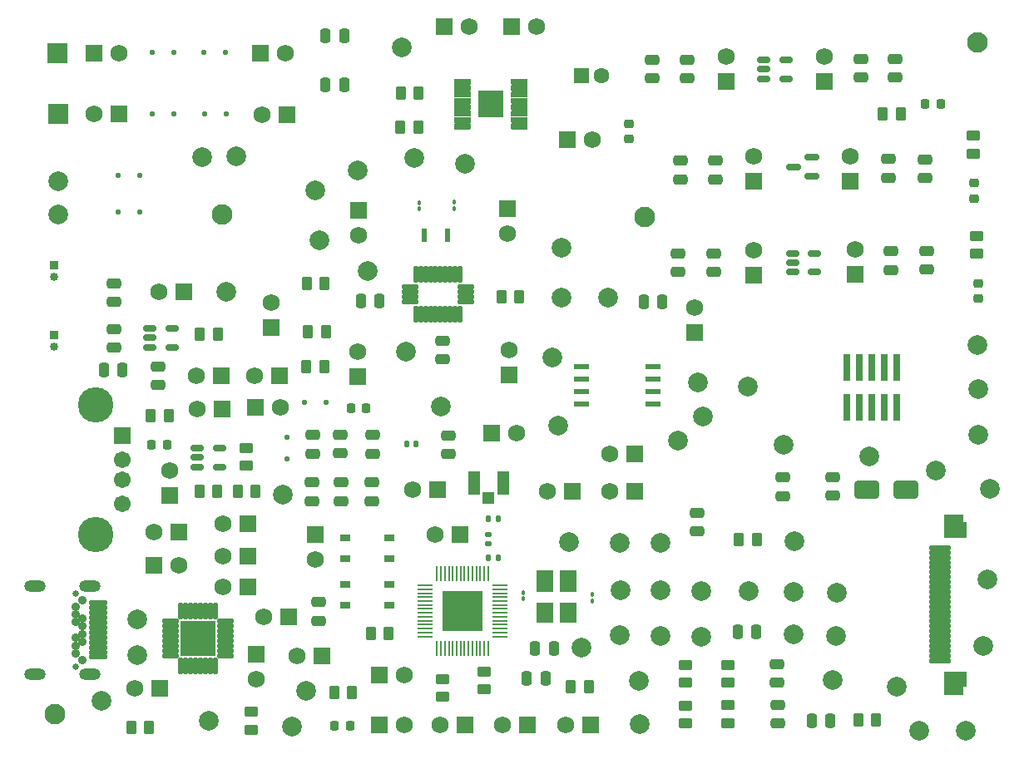
<source format=gbr>
%TF.GenerationSoftware,KiCad,Pcbnew,7.0.7*%
%TF.CreationDate,2024-11-27T13:26:37-08:00*%
%TF.ProjectId,OuterBoard_rev2.1,4f757465-7242-46f6-9172-645f72657632,rev?*%
%TF.SameCoordinates,Original*%
%TF.FileFunction,Soldermask,Top*%
%TF.FilePolarity,Negative*%
%FSLAX46Y46*%
G04 Gerber Fmt 4.6, Leading zero omitted, Abs format (unit mm)*
G04 Created by KiCad (PCBNEW 7.0.7) date 2024-11-27 13:26:37*
%MOMM*%
%LPD*%
G01*
G04 APERTURE LIST*
G04 Aperture macros list*
%AMRoundRect*
0 Rectangle with rounded corners*
0 $1 Rounding radius*
0 $2 $3 $4 $5 $6 $7 $8 $9 X,Y pos of 4 corners*
0 Add a 4 corners polygon primitive as box body*
4,1,4,$2,$3,$4,$5,$6,$7,$8,$9,$2,$3,0*
0 Add four circle primitives for the rounded corners*
1,1,$1+$1,$2,$3*
1,1,$1+$1,$4,$5*
1,1,$1+$1,$6,$7*
1,1,$1+$1,$8,$9*
0 Add four rect primitives between the rounded corners*
20,1,$1+$1,$2,$3,$4,$5,0*
20,1,$1+$1,$4,$5,$6,$7,0*
20,1,$1+$1,$6,$7,$8,$9,0*
20,1,$1+$1,$8,$9,$2,$3,0*%
G04 Aperture macros list end*
%ADD10C,0.010000*%
%ADD11RoundRect,0.102000X-0.765000X-0.765000X0.765000X-0.765000X0.765000X0.765000X-0.765000X0.765000X0*%
%ADD12C,1.734000*%
%ADD13C,2.000000*%
%ADD14RoundRect,0.102000X0.765000X0.765000X-0.765000X0.765000X-0.765000X-0.765000X0.765000X-0.765000X0*%
%ADD15RoundRect,0.250000X-0.475000X0.250000X-0.475000X-0.250000X0.475000X-0.250000X0.475000X0.250000X0*%
%ADD16R,1.682000X2.294000*%
%ADD17R,1.682000X2.040000*%
%ADD18RoundRect,0.250000X-0.250000X-0.475000X0.250000X-0.475000X0.250000X0.475000X-0.250000X0.475000X0*%
%ADD19RoundRect,0.100000X0.100000X-0.130000X0.100000X0.130000X-0.100000X0.130000X-0.100000X-0.130000X0*%
%ADD20RoundRect,0.250000X0.475000X-0.250000X0.475000X0.250000X-0.475000X0.250000X-0.475000X-0.250000X0*%
%ADD21RoundRect,0.250000X-0.262500X-0.450000X0.262500X-0.450000X0.262500X0.450000X-0.262500X0.450000X0*%
%ADD22RoundRect,0.102000X-0.525000X-1.100000X0.525000X-1.100000X0.525000X1.100000X-0.525000X1.100000X0*%
%ADD23RoundRect,0.102000X-0.525000X-0.500000X0.525000X-0.500000X0.525000X0.500000X-0.525000X0.500000X0*%
%ADD24RoundRect,0.102000X-0.765000X0.765000X-0.765000X-0.765000X0.765000X-0.765000X0.765000X0.765000X0*%
%ADD25C,0.650000*%
%ADD26RoundRect,0.102000X-0.810000X0.175000X-0.810000X-0.175000X0.810000X-0.175000X0.810000X0.175000X0*%
%ADD27C,0.904000*%
%ADD28O,2.204000X1.204000*%
%ADD29RoundRect,0.102000X-0.754000X0.754000X-0.754000X-0.754000X0.754000X-0.754000X0.754000X0.754000X0*%
%ADD30C,1.712000*%
%ADD31C,3.600000*%
%ADD32RoundRect,0.125000X0.125000X0.125000X-0.125000X0.125000X-0.125000X-0.125000X0.125000X-0.125000X0*%
%ADD33RoundRect,0.250000X0.262500X0.450000X-0.262500X0.450000X-0.262500X-0.450000X0.262500X-0.450000X0*%
%ADD34RoundRect,0.150000X-0.512500X-0.150000X0.512500X-0.150000X0.512500X0.150000X-0.512500X0.150000X0*%
%ADD35C,2.100000*%
%ADD36RoundRect,0.102000X0.765000X-0.765000X0.765000X0.765000X-0.765000X0.765000X-0.765000X-0.765000X0*%
%ADD37RoundRect,0.102000X0.984000X-0.156000X0.984000X0.156000X-0.984000X0.156000X-0.984000X-0.156000X0*%
%ADD38RoundRect,0.102000X0.984000X-0.150000X0.984000X0.150000X-0.984000X0.150000X-0.984000X-0.150000X0*%
%ADD39RoundRect,0.100000X-0.100000X0.130000X-0.100000X-0.130000X0.100000X-0.130000X0.100000X0.130000X0*%
%ADD40RoundRect,0.125000X-0.125000X-0.125000X0.125000X-0.125000X0.125000X0.125000X-0.125000X0.125000X0*%
%ADD41RoundRect,0.218750X0.256250X-0.218750X0.256250X0.218750X-0.256250X0.218750X-0.256250X-0.218750X0*%
%ADD42RoundRect,0.225000X-0.250000X0.225000X-0.250000X-0.225000X0.250000X-0.225000X0.250000X0.225000X0*%
%ADD43RoundRect,0.250000X-1.000000X-0.650000X1.000000X-0.650000X1.000000X0.650000X-1.000000X0.650000X0*%
%ADD44RoundRect,0.250000X0.450000X-0.262500X0.450000X0.262500X-0.450000X0.262500X-0.450000X-0.262500X0*%
%ADD45RoundRect,0.250000X-0.450000X0.262500X-0.450000X-0.262500X0.450000X-0.262500X0.450000X0.262500X0*%
%ADD46RoundRect,0.218750X-0.218750X-0.256250X0.218750X-0.256250X0.218750X0.256250X-0.218750X0.256250X0*%
%ADD47RoundRect,0.147500X-0.147500X-0.172500X0.147500X-0.172500X0.147500X0.172500X-0.147500X0.172500X0*%
%ADD48R,2.000000X2.000000*%
%ADD49R,0.850000X0.850000*%
%ADD50C,0.850000*%
%ADD51RoundRect,0.150000X0.587500X0.150000X-0.587500X0.150000X-0.587500X-0.150000X0.587500X-0.150000X0*%
%ADD52RoundRect,0.218750X0.218750X0.256250X-0.218750X0.256250X-0.218750X-0.256250X0.218750X-0.256250X0*%
%ADD53RoundRect,0.102000X-0.150000X-0.747000X0.150000X-0.747000X0.150000X0.747000X-0.150000X0.747000X0*%
%ADD54RoundRect,0.102000X-0.728000X-0.150000X0.728000X-0.150000X0.728000X0.150000X-0.728000X0.150000X0*%
%ADD55RoundRect,0.147500X0.172500X-0.147500X0.172500X0.147500X-0.172500X0.147500X-0.172500X-0.147500X0*%
%ADD56RoundRect,0.135750X-0.101250X0.721750X-0.101250X-0.721750X0.101250X-0.721750X0.101250X0.721750X0*%
%ADD57RoundRect,0.135750X-0.721750X0.101250X-0.721750X-0.101250X0.721750X-0.101250X0.721750X0.101250X0*%
%ADD58RoundRect,0.102000X-1.700000X1.700000X-1.700000X-1.700000X1.700000X-1.700000X1.700000X1.700000X0*%
%ADD59RoundRect,0.125000X-0.125000X0.125000X-0.125000X-0.125000X0.125000X-0.125000X0.125000X0.125000X0*%
%ADD60RoundRect,0.140000X-0.140000X-0.170000X0.140000X-0.170000X0.140000X0.170000X-0.140000X0.170000X0*%
%ADD61RoundRect,0.250000X0.250000X0.475000X-0.250000X0.475000X-0.250000X-0.475000X0.250000X-0.475000X0*%
%ADD62R,1.549400X0.558800*%
%ADD63R,1.600000X1.600000*%
%ADD64C,1.600000*%
%ADD65R,0.660400X2.768600*%
%ADD66R,0.990600X0.711200*%
%ADD67R,0.609600X1.397000*%
%ADD68R,0.199200X1.496999*%
%ADD69R,0.199198X1.496999*%
%ADD70R,1.496999X0.199200*%
%ADD71R,1.496999X0.185599*%
%ADD72R,4.038600X4.038600*%
G04 APERTURE END LIST*
%TO.C,U2*%
D10*
X126990000Y-67839600D02*
X126996000Y-67839600D01*
X127001000Y-67840600D01*
X127006000Y-67841600D01*
X127011000Y-67843600D01*
X127016000Y-67845600D01*
X127021000Y-67847600D01*
X127025000Y-67849600D01*
X127030000Y-67851600D01*
X127034000Y-67854600D01*
X127039000Y-67857600D01*
X127043000Y-67860600D01*
X127047000Y-67864600D01*
X127051000Y-67867600D01*
X127054000Y-67871600D01*
X127058000Y-67875600D01*
X127061000Y-67879600D01*
X127064000Y-67884600D01*
X127067000Y-67888600D01*
X127069000Y-67893600D01*
X127071000Y-67897600D01*
X127073000Y-67902600D01*
X127075000Y-67907600D01*
X127077000Y-67912600D01*
X127078000Y-67917600D01*
X127079000Y-67922600D01*
X127079000Y-67928600D01*
X127080000Y-67933600D01*
X127080000Y-67938600D01*
X127080000Y-68288600D01*
X127080000Y-68293600D01*
X127079000Y-68298600D01*
X127079000Y-68304600D01*
X127078000Y-68309600D01*
X127077000Y-68314600D01*
X127075000Y-68319600D01*
X127073000Y-68324600D01*
X127071000Y-68329600D01*
X127069000Y-68333600D01*
X127067000Y-68338600D01*
X127064000Y-68342600D01*
X127061000Y-68347600D01*
X127058000Y-68351600D01*
X127054000Y-68355600D01*
X127051000Y-68359600D01*
X127047000Y-68362600D01*
X127043000Y-68366600D01*
X127039000Y-68369600D01*
X127034000Y-68372600D01*
X127030000Y-68375600D01*
X127025000Y-68377600D01*
X127021000Y-68379600D01*
X127016000Y-68381600D01*
X127011000Y-68383600D01*
X127006000Y-68385600D01*
X127001000Y-68386600D01*
X126996000Y-68387600D01*
X126990000Y-68387600D01*
X126985000Y-68388600D01*
X126980000Y-68388600D01*
X125580000Y-68388600D01*
X125575000Y-68388600D01*
X125570000Y-68387600D01*
X125564000Y-68387600D01*
X125559000Y-68386600D01*
X125554000Y-68385600D01*
X125549000Y-68383600D01*
X125544000Y-68381600D01*
X125539000Y-68379600D01*
X125535000Y-68377600D01*
X125530000Y-68375600D01*
X125526000Y-68372600D01*
X125521000Y-68369600D01*
X125517000Y-68366600D01*
X125513000Y-68362600D01*
X125509000Y-68359600D01*
X125506000Y-68355600D01*
X125502000Y-68351600D01*
X125499000Y-68347600D01*
X125496000Y-68342600D01*
X125493000Y-68338600D01*
X125491000Y-68333600D01*
X125489000Y-68329600D01*
X125487000Y-68324600D01*
X125485000Y-68319600D01*
X125483000Y-68314600D01*
X125482000Y-68309600D01*
X125481000Y-68304600D01*
X125481000Y-68298600D01*
X125480000Y-68293600D01*
X125480000Y-68288600D01*
X125480000Y-67938600D01*
X125480000Y-67933600D01*
X125481000Y-67928600D01*
X125481000Y-67922600D01*
X125482000Y-67917600D01*
X125483000Y-67912600D01*
X125485000Y-67907600D01*
X125487000Y-67902600D01*
X125489000Y-67897600D01*
X125491000Y-67893600D01*
X125493000Y-67888600D01*
X125496000Y-67884600D01*
X125499000Y-67879600D01*
X125502000Y-67875600D01*
X125506000Y-67871600D01*
X125509000Y-67867600D01*
X125513000Y-67864600D01*
X125517000Y-67860600D01*
X125521000Y-67857600D01*
X125526000Y-67854600D01*
X125530000Y-67851600D01*
X125535000Y-67849600D01*
X125539000Y-67847600D01*
X125544000Y-67845600D01*
X125549000Y-67843600D01*
X125554000Y-67841600D01*
X125559000Y-67840600D01*
X125564000Y-67839600D01*
X125570000Y-67839600D01*
X125575000Y-67838600D01*
X125580000Y-67838600D01*
X126980000Y-67838600D01*
X126985000Y-67838600D01*
X126990000Y-67839600D01*
G36*
X126990000Y-67839600D02*
G01*
X126996000Y-67839600D01*
X127001000Y-67840600D01*
X127006000Y-67841600D01*
X127011000Y-67843600D01*
X127016000Y-67845600D01*
X127021000Y-67847600D01*
X127025000Y-67849600D01*
X127030000Y-67851600D01*
X127034000Y-67854600D01*
X127039000Y-67857600D01*
X127043000Y-67860600D01*
X127047000Y-67864600D01*
X127051000Y-67867600D01*
X127054000Y-67871600D01*
X127058000Y-67875600D01*
X127061000Y-67879600D01*
X127064000Y-67884600D01*
X127067000Y-67888600D01*
X127069000Y-67893600D01*
X127071000Y-67897600D01*
X127073000Y-67902600D01*
X127075000Y-67907600D01*
X127077000Y-67912600D01*
X127078000Y-67917600D01*
X127079000Y-67922600D01*
X127079000Y-67928600D01*
X127080000Y-67933600D01*
X127080000Y-67938600D01*
X127080000Y-68288600D01*
X127080000Y-68293600D01*
X127079000Y-68298600D01*
X127079000Y-68304600D01*
X127078000Y-68309600D01*
X127077000Y-68314600D01*
X127075000Y-68319600D01*
X127073000Y-68324600D01*
X127071000Y-68329600D01*
X127069000Y-68333600D01*
X127067000Y-68338600D01*
X127064000Y-68342600D01*
X127061000Y-68347600D01*
X127058000Y-68351600D01*
X127054000Y-68355600D01*
X127051000Y-68359600D01*
X127047000Y-68362600D01*
X127043000Y-68366600D01*
X127039000Y-68369600D01*
X127034000Y-68372600D01*
X127030000Y-68375600D01*
X127025000Y-68377600D01*
X127021000Y-68379600D01*
X127016000Y-68381600D01*
X127011000Y-68383600D01*
X127006000Y-68385600D01*
X127001000Y-68386600D01*
X126996000Y-68387600D01*
X126990000Y-68387600D01*
X126985000Y-68388600D01*
X126980000Y-68388600D01*
X125580000Y-68388600D01*
X125575000Y-68388600D01*
X125570000Y-68387600D01*
X125564000Y-68387600D01*
X125559000Y-68386600D01*
X125554000Y-68385600D01*
X125549000Y-68383600D01*
X125544000Y-68381600D01*
X125539000Y-68379600D01*
X125535000Y-68377600D01*
X125530000Y-68375600D01*
X125526000Y-68372600D01*
X125521000Y-68369600D01*
X125517000Y-68366600D01*
X125513000Y-68362600D01*
X125509000Y-68359600D01*
X125506000Y-68355600D01*
X125502000Y-68351600D01*
X125499000Y-68347600D01*
X125496000Y-68342600D01*
X125493000Y-68338600D01*
X125491000Y-68333600D01*
X125489000Y-68329600D01*
X125487000Y-68324600D01*
X125485000Y-68319600D01*
X125483000Y-68314600D01*
X125482000Y-68309600D01*
X125481000Y-68304600D01*
X125481000Y-68298600D01*
X125480000Y-68293600D01*
X125480000Y-68288600D01*
X125480000Y-67938600D01*
X125480000Y-67933600D01*
X125481000Y-67928600D01*
X125481000Y-67922600D01*
X125482000Y-67917600D01*
X125483000Y-67912600D01*
X125485000Y-67907600D01*
X125487000Y-67902600D01*
X125489000Y-67897600D01*
X125491000Y-67893600D01*
X125493000Y-67888600D01*
X125496000Y-67884600D01*
X125499000Y-67879600D01*
X125502000Y-67875600D01*
X125506000Y-67871600D01*
X125509000Y-67867600D01*
X125513000Y-67864600D01*
X125517000Y-67860600D01*
X125521000Y-67857600D01*
X125526000Y-67854600D01*
X125530000Y-67851600D01*
X125535000Y-67849600D01*
X125539000Y-67847600D01*
X125544000Y-67845600D01*
X125549000Y-67843600D01*
X125554000Y-67841600D01*
X125559000Y-67840600D01*
X125564000Y-67839600D01*
X125570000Y-67839600D01*
X125575000Y-67838600D01*
X125580000Y-67838600D01*
X126980000Y-67838600D01*
X126985000Y-67838600D01*
X126990000Y-67839600D01*
G37*
X126990000Y-68489600D02*
X126996000Y-68489600D01*
X127001000Y-68490600D01*
X127006000Y-68491600D01*
X127011000Y-68493600D01*
X127016000Y-68495600D01*
X127021000Y-68497600D01*
X127025000Y-68499600D01*
X127030000Y-68501600D01*
X127034000Y-68504600D01*
X127039000Y-68507600D01*
X127043000Y-68510600D01*
X127047000Y-68514600D01*
X127051000Y-68517600D01*
X127054000Y-68521600D01*
X127058000Y-68525600D01*
X127061000Y-68529600D01*
X127064000Y-68534600D01*
X127067000Y-68538600D01*
X127069000Y-68543600D01*
X127071000Y-68547600D01*
X127073000Y-68552600D01*
X127075000Y-68557600D01*
X127077000Y-68562600D01*
X127078000Y-68567600D01*
X127079000Y-68572600D01*
X127079000Y-68578600D01*
X127080000Y-68583600D01*
X127080000Y-68588600D01*
X127080000Y-68938600D01*
X127080000Y-68943600D01*
X127079000Y-68948600D01*
X127079000Y-68954600D01*
X127078000Y-68959600D01*
X127077000Y-68964600D01*
X127075000Y-68969600D01*
X127073000Y-68974600D01*
X127071000Y-68979600D01*
X127069000Y-68983600D01*
X127067000Y-68988600D01*
X127064000Y-68992600D01*
X127061000Y-68997600D01*
X127058000Y-69001600D01*
X127054000Y-69005600D01*
X127051000Y-69009600D01*
X127047000Y-69012600D01*
X127043000Y-69016600D01*
X127039000Y-69019600D01*
X127034000Y-69022600D01*
X127030000Y-69025600D01*
X127025000Y-69027600D01*
X127021000Y-69029600D01*
X127016000Y-69031600D01*
X127011000Y-69033600D01*
X127006000Y-69035600D01*
X127001000Y-69036600D01*
X126996000Y-69037600D01*
X126990000Y-69037600D01*
X126985000Y-69038600D01*
X126980000Y-69038600D01*
X125580000Y-69038600D01*
X125575000Y-69038600D01*
X125570000Y-69037600D01*
X125564000Y-69037600D01*
X125559000Y-69036600D01*
X125554000Y-69035600D01*
X125549000Y-69033600D01*
X125544000Y-69031600D01*
X125539000Y-69029600D01*
X125535000Y-69027600D01*
X125530000Y-69025600D01*
X125526000Y-69022600D01*
X125521000Y-69019600D01*
X125517000Y-69016600D01*
X125513000Y-69012600D01*
X125509000Y-69009600D01*
X125506000Y-69005600D01*
X125502000Y-69001600D01*
X125499000Y-68997600D01*
X125496000Y-68992600D01*
X125493000Y-68988600D01*
X125491000Y-68983600D01*
X125489000Y-68979600D01*
X125487000Y-68974600D01*
X125485000Y-68969600D01*
X125483000Y-68964600D01*
X125482000Y-68959600D01*
X125481000Y-68954600D01*
X125481000Y-68948600D01*
X125480000Y-68943600D01*
X125480000Y-68938600D01*
X125480000Y-68588600D01*
X125480000Y-68583600D01*
X125481000Y-68578600D01*
X125481000Y-68572600D01*
X125482000Y-68567600D01*
X125483000Y-68562600D01*
X125485000Y-68557600D01*
X125487000Y-68552600D01*
X125489000Y-68547600D01*
X125491000Y-68543600D01*
X125493000Y-68538600D01*
X125496000Y-68534600D01*
X125499000Y-68529600D01*
X125502000Y-68525600D01*
X125506000Y-68521600D01*
X125509000Y-68517600D01*
X125513000Y-68514600D01*
X125517000Y-68510600D01*
X125521000Y-68507600D01*
X125526000Y-68504600D01*
X125530000Y-68501600D01*
X125535000Y-68499600D01*
X125539000Y-68497600D01*
X125544000Y-68495600D01*
X125549000Y-68493600D01*
X125554000Y-68491600D01*
X125559000Y-68490600D01*
X125564000Y-68489600D01*
X125570000Y-68489600D01*
X125575000Y-68488600D01*
X125580000Y-68488600D01*
X126980000Y-68488600D01*
X126985000Y-68488600D01*
X126990000Y-68489600D01*
G36*
X126990000Y-68489600D02*
G01*
X126996000Y-68489600D01*
X127001000Y-68490600D01*
X127006000Y-68491600D01*
X127011000Y-68493600D01*
X127016000Y-68495600D01*
X127021000Y-68497600D01*
X127025000Y-68499600D01*
X127030000Y-68501600D01*
X127034000Y-68504600D01*
X127039000Y-68507600D01*
X127043000Y-68510600D01*
X127047000Y-68514600D01*
X127051000Y-68517600D01*
X127054000Y-68521600D01*
X127058000Y-68525600D01*
X127061000Y-68529600D01*
X127064000Y-68534600D01*
X127067000Y-68538600D01*
X127069000Y-68543600D01*
X127071000Y-68547600D01*
X127073000Y-68552600D01*
X127075000Y-68557600D01*
X127077000Y-68562600D01*
X127078000Y-68567600D01*
X127079000Y-68572600D01*
X127079000Y-68578600D01*
X127080000Y-68583600D01*
X127080000Y-68588600D01*
X127080000Y-68938600D01*
X127080000Y-68943600D01*
X127079000Y-68948600D01*
X127079000Y-68954600D01*
X127078000Y-68959600D01*
X127077000Y-68964600D01*
X127075000Y-68969600D01*
X127073000Y-68974600D01*
X127071000Y-68979600D01*
X127069000Y-68983600D01*
X127067000Y-68988600D01*
X127064000Y-68992600D01*
X127061000Y-68997600D01*
X127058000Y-69001600D01*
X127054000Y-69005600D01*
X127051000Y-69009600D01*
X127047000Y-69012600D01*
X127043000Y-69016600D01*
X127039000Y-69019600D01*
X127034000Y-69022600D01*
X127030000Y-69025600D01*
X127025000Y-69027600D01*
X127021000Y-69029600D01*
X127016000Y-69031600D01*
X127011000Y-69033600D01*
X127006000Y-69035600D01*
X127001000Y-69036600D01*
X126996000Y-69037600D01*
X126990000Y-69037600D01*
X126985000Y-69038600D01*
X126980000Y-69038600D01*
X125580000Y-69038600D01*
X125575000Y-69038600D01*
X125570000Y-69037600D01*
X125564000Y-69037600D01*
X125559000Y-69036600D01*
X125554000Y-69035600D01*
X125549000Y-69033600D01*
X125544000Y-69031600D01*
X125539000Y-69029600D01*
X125535000Y-69027600D01*
X125530000Y-69025600D01*
X125526000Y-69022600D01*
X125521000Y-69019600D01*
X125517000Y-69016600D01*
X125513000Y-69012600D01*
X125509000Y-69009600D01*
X125506000Y-69005600D01*
X125502000Y-69001600D01*
X125499000Y-68997600D01*
X125496000Y-68992600D01*
X125493000Y-68988600D01*
X125491000Y-68983600D01*
X125489000Y-68979600D01*
X125487000Y-68974600D01*
X125485000Y-68969600D01*
X125483000Y-68964600D01*
X125482000Y-68959600D01*
X125481000Y-68954600D01*
X125481000Y-68948600D01*
X125480000Y-68943600D01*
X125480000Y-68938600D01*
X125480000Y-68588600D01*
X125480000Y-68583600D01*
X125481000Y-68578600D01*
X125481000Y-68572600D01*
X125482000Y-68567600D01*
X125483000Y-68562600D01*
X125485000Y-68557600D01*
X125487000Y-68552600D01*
X125489000Y-68547600D01*
X125491000Y-68543600D01*
X125493000Y-68538600D01*
X125496000Y-68534600D01*
X125499000Y-68529600D01*
X125502000Y-68525600D01*
X125506000Y-68521600D01*
X125509000Y-68517600D01*
X125513000Y-68514600D01*
X125517000Y-68510600D01*
X125521000Y-68507600D01*
X125526000Y-68504600D01*
X125530000Y-68501600D01*
X125535000Y-68499600D01*
X125539000Y-68497600D01*
X125544000Y-68495600D01*
X125549000Y-68493600D01*
X125554000Y-68491600D01*
X125559000Y-68490600D01*
X125564000Y-68489600D01*
X125570000Y-68489600D01*
X125575000Y-68488600D01*
X125580000Y-68488600D01*
X126980000Y-68488600D01*
X126985000Y-68488600D01*
X126990000Y-68489600D01*
G37*
X126990000Y-69139600D02*
X126996000Y-69139600D01*
X127001000Y-69140600D01*
X127006000Y-69141600D01*
X127011000Y-69143600D01*
X127016000Y-69145600D01*
X127021000Y-69147600D01*
X127025000Y-69149600D01*
X127030000Y-69151600D01*
X127034000Y-69154600D01*
X127039000Y-69157600D01*
X127043000Y-69160600D01*
X127047000Y-69164600D01*
X127051000Y-69167600D01*
X127054000Y-69171600D01*
X127058000Y-69175600D01*
X127061000Y-69179600D01*
X127064000Y-69184600D01*
X127067000Y-69188600D01*
X127069000Y-69193600D01*
X127071000Y-69197600D01*
X127073000Y-69202600D01*
X127075000Y-69207600D01*
X127077000Y-69212600D01*
X127078000Y-69217600D01*
X127079000Y-69222600D01*
X127079000Y-69228600D01*
X127080000Y-69233600D01*
X127080000Y-69238600D01*
X127080000Y-69588600D01*
X127080000Y-69593600D01*
X127079000Y-69598600D01*
X127079000Y-69604600D01*
X127078000Y-69609600D01*
X127077000Y-69614600D01*
X127075000Y-69619600D01*
X127073000Y-69624600D01*
X127071000Y-69629600D01*
X127069000Y-69633600D01*
X127067000Y-69638600D01*
X127064000Y-69642600D01*
X127061000Y-69647600D01*
X127058000Y-69651600D01*
X127054000Y-69655600D01*
X127051000Y-69659600D01*
X127047000Y-69662600D01*
X127043000Y-69666600D01*
X127039000Y-69669600D01*
X127034000Y-69672600D01*
X127030000Y-69675600D01*
X127025000Y-69677600D01*
X127021000Y-69679600D01*
X127016000Y-69681600D01*
X127011000Y-69683600D01*
X127006000Y-69685600D01*
X127001000Y-69686600D01*
X126996000Y-69687600D01*
X126990000Y-69687600D01*
X126985000Y-69688600D01*
X126980000Y-69688600D01*
X125580000Y-69688600D01*
X125575000Y-69688600D01*
X125570000Y-69687600D01*
X125564000Y-69687600D01*
X125559000Y-69686600D01*
X125554000Y-69685600D01*
X125549000Y-69683600D01*
X125544000Y-69681600D01*
X125539000Y-69679600D01*
X125535000Y-69677600D01*
X125530000Y-69675600D01*
X125526000Y-69672600D01*
X125521000Y-69669600D01*
X125517000Y-69666600D01*
X125513000Y-69662600D01*
X125509000Y-69659600D01*
X125506000Y-69655600D01*
X125502000Y-69651600D01*
X125499000Y-69647600D01*
X125496000Y-69642600D01*
X125493000Y-69638600D01*
X125491000Y-69633600D01*
X125489000Y-69629600D01*
X125487000Y-69624600D01*
X125485000Y-69619600D01*
X125483000Y-69614600D01*
X125482000Y-69609600D01*
X125481000Y-69604600D01*
X125481000Y-69598600D01*
X125480000Y-69593600D01*
X125480000Y-69588600D01*
X125480000Y-69238600D01*
X125480000Y-69233600D01*
X125481000Y-69228600D01*
X125481000Y-69222600D01*
X125482000Y-69217600D01*
X125483000Y-69212600D01*
X125485000Y-69207600D01*
X125487000Y-69202600D01*
X125489000Y-69197600D01*
X125491000Y-69193600D01*
X125493000Y-69188600D01*
X125496000Y-69184600D01*
X125499000Y-69179600D01*
X125502000Y-69175600D01*
X125506000Y-69171600D01*
X125509000Y-69167600D01*
X125513000Y-69164600D01*
X125517000Y-69160600D01*
X125521000Y-69157600D01*
X125526000Y-69154600D01*
X125530000Y-69151600D01*
X125535000Y-69149600D01*
X125539000Y-69147600D01*
X125544000Y-69145600D01*
X125549000Y-69143600D01*
X125554000Y-69141600D01*
X125559000Y-69140600D01*
X125564000Y-69139600D01*
X125570000Y-69139600D01*
X125575000Y-69138600D01*
X125580000Y-69138600D01*
X126980000Y-69138600D01*
X126985000Y-69138600D01*
X126990000Y-69139600D01*
G36*
X126990000Y-69139600D02*
G01*
X126996000Y-69139600D01*
X127001000Y-69140600D01*
X127006000Y-69141600D01*
X127011000Y-69143600D01*
X127016000Y-69145600D01*
X127021000Y-69147600D01*
X127025000Y-69149600D01*
X127030000Y-69151600D01*
X127034000Y-69154600D01*
X127039000Y-69157600D01*
X127043000Y-69160600D01*
X127047000Y-69164600D01*
X127051000Y-69167600D01*
X127054000Y-69171600D01*
X127058000Y-69175600D01*
X127061000Y-69179600D01*
X127064000Y-69184600D01*
X127067000Y-69188600D01*
X127069000Y-69193600D01*
X127071000Y-69197600D01*
X127073000Y-69202600D01*
X127075000Y-69207600D01*
X127077000Y-69212600D01*
X127078000Y-69217600D01*
X127079000Y-69222600D01*
X127079000Y-69228600D01*
X127080000Y-69233600D01*
X127080000Y-69238600D01*
X127080000Y-69588600D01*
X127080000Y-69593600D01*
X127079000Y-69598600D01*
X127079000Y-69604600D01*
X127078000Y-69609600D01*
X127077000Y-69614600D01*
X127075000Y-69619600D01*
X127073000Y-69624600D01*
X127071000Y-69629600D01*
X127069000Y-69633600D01*
X127067000Y-69638600D01*
X127064000Y-69642600D01*
X127061000Y-69647600D01*
X127058000Y-69651600D01*
X127054000Y-69655600D01*
X127051000Y-69659600D01*
X127047000Y-69662600D01*
X127043000Y-69666600D01*
X127039000Y-69669600D01*
X127034000Y-69672600D01*
X127030000Y-69675600D01*
X127025000Y-69677600D01*
X127021000Y-69679600D01*
X127016000Y-69681600D01*
X127011000Y-69683600D01*
X127006000Y-69685600D01*
X127001000Y-69686600D01*
X126996000Y-69687600D01*
X126990000Y-69687600D01*
X126985000Y-69688600D01*
X126980000Y-69688600D01*
X125580000Y-69688600D01*
X125575000Y-69688600D01*
X125570000Y-69687600D01*
X125564000Y-69687600D01*
X125559000Y-69686600D01*
X125554000Y-69685600D01*
X125549000Y-69683600D01*
X125544000Y-69681600D01*
X125539000Y-69679600D01*
X125535000Y-69677600D01*
X125530000Y-69675600D01*
X125526000Y-69672600D01*
X125521000Y-69669600D01*
X125517000Y-69666600D01*
X125513000Y-69662600D01*
X125509000Y-69659600D01*
X125506000Y-69655600D01*
X125502000Y-69651600D01*
X125499000Y-69647600D01*
X125496000Y-69642600D01*
X125493000Y-69638600D01*
X125491000Y-69633600D01*
X125489000Y-69629600D01*
X125487000Y-69624600D01*
X125485000Y-69619600D01*
X125483000Y-69614600D01*
X125482000Y-69609600D01*
X125481000Y-69604600D01*
X125481000Y-69598600D01*
X125480000Y-69593600D01*
X125480000Y-69588600D01*
X125480000Y-69238600D01*
X125480000Y-69233600D01*
X125481000Y-69228600D01*
X125481000Y-69222600D01*
X125482000Y-69217600D01*
X125483000Y-69212600D01*
X125485000Y-69207600D01*
X125487000Y-69202600D01*
X125489000Y-69197600D01*
X125491000Y-69193600D01*
X125493000Y-69188600D01*
X125496000Y-69184600D01*
X125499000Y-69179600D01*
X125502000Y-69175600D01*
X125506000Y-69171600D01*
X125509000Y-69167600D01*
X125513000Y-69164600D01*
X125517000Y-69160600D01*
X125521000Y-69157600D01*
X125526000Y-69154600D01*
X125530000Y-69151600D01*
X125535000Y-69149600D01*
X125539000Y-69147600D01*
X125544000Y-69145600D01*
X125549000Y-69143600D01*
X125554000Y-69141600D01*
X125559000Y-69140600D01*
X125564000Y-69139600D01*
X125570000Y-69139600D01*
X125575000Y-69138600D01*
X125580000Y-69138600D01*
X126980000Y-69138600D01*
X126985000Y-69138600D01*
X126990000Y-69139600D01*
G37*
X126990000Y-69789600D02*
X126996000Y-69789600D01*
X127001000Y-69790600D01*
X127006000Y-69791600D01*
X127011000Y-69793600D01*
X127016000Y-69795600D01*
X127021000Y-69797600D01*
X127025000Y-69799600D01*
X127030000Y-69801600D01*
X127034000Y-69804600D01*
X127039000Y-69807600D01*
X127043000Y-69810600D01*
X127047000Y-69814600D01*
X127051000Y-69817600D01*
X127054000Y-69821600D01*
X127058000Y-69825600D01*
X127061000Y-69829600D01*
X127064000Y-69834600D01*
X127067000Y-69838600D01*
X127069000Y-69843600D01*
X127071000Y-69847600D01*
X127073000Y-69852600D01*
X127075000Y-69857600D01*
X127077000Y-69862600D01*
X127078000Y-69867600D01*
X127079000Y-69872600D01*
X127079000Y-69878600D01*
X127080000Y-69883600D01*
X127080000Y-69888600D01*
X127080000Y-70238600D01*
X127080000Y-70243600D01*
X127079000Y-70248600D01*
X127079000Y-70254600D01*
X127078000Y-70259600D01*
X127077000Y-70264600D01*
X127075000Y-70269600D01*
X127073000Y-70274600D01*
X127071000Y-70279600D01*
X127069000Y-70283600D01*
X127067000Y-70288600D01*
X127064000Y-70292600D01*
X127061000Y-70297600D01*
X127058000Y-70301600D01*
X127054000Y-70305600D01*
X127051000Y-70309600D01*
X127047000Y-70312600D01*
X127043000Y-70316600D01*
X127039000Y-70319600D01*
X127034000Y-70322600D01*
X127030000Y-70325600D01*
X127025000Y-70327600D01*
X127021000Y-70329600D01*
X127016000Y-70331600D01*
X127011000Y-70333600D01*
X127006000Y-70335600D01*
X127001000Y-70336600D01*
X126996000Y-70337600D01*
X126990000Y-70337600D01*
X126985000Y-70338600D01*
X126980000Y-70338600D01*
X125580000Y-70338600D01*
X125575000Y-70338600D01*
X125570000Y-70337600D01*
X125564000Y-70337600D01*
X125559000Y-70336600D01*
X125554000Y-70335600D01*
X125549000Y-70333600D01*
X125544000Y-70331600D01*
X125539000Y-70329600D01*
X125535000Y-70327600D01*
X125530000Y-70325600D01*
X125526000Y-70322600D01*
X125521000Y-70319600D01*
X125517000Y-70316600D01*
X125513000Y-70312600D01*
X125509000Y-70309600D01*
X125506000Y-70305600D01*
X125502000Y-70301600D01*
X125499000Y-70297600D01*
X125496000Y-70292600D01*
X125493000Y-70288600D01*
X125491000Y-70283600D01*
X125489000Y-70279600D01*
X125487000Y-70274600D01*
X125485000Y-70269600D01*
X125483000Y-70264600D01*
X125482000Y-70259600D01*
X125481000Y-70254600D01*
X125481000Y-70248600D01*
X125480000Y-70243600D01*
X125480000Y-70238600D01*
X125480000Y-69888600D01*
X125480000Y-69883600D01*
X125481000Y-69878600D01*
X125481000Y-69872600D01*
X125482000Y-69867600D01*
X125483000Y-69862600D01*
X125485000Y-69857600D01*
X125487000Y-69852600D01*
X125489000Y-69847600D01*
X125491000Y-69843600D01*
X125493000Y-69838600D01*
X125496000Y-69834600D01*
X125499000Y-69829600D01*
X125502000Y-69825600D01*
X125506000Y-69821600D01*
X125509000Y-69817600D01*
X125513000Y-69814600D01*
X125517000Y-69810600D01*
X125521000Y-69807600D01*
X125526000Y-69804600D01*
X125530000Y-69801600D01*
X125535000Y-69799600D01*
X125539000Y-69797600D01*
X125544000Y-69795600D01*
X125549000Y-69793600D01*
X125554000Y-69791600D01*
X125559000Y-69790600D01*
X125564000Y-69789600D01*
X125570000Y-69789600D01*
X125575000Y-69788600D01*
X125580000Y-69788600D01*
X126980000Y-69788600D01*
X126985000Y-69788600D01*
X126990000Y-69789600D01*
G36*
X126990000Y-69789600D02*
G01*
X126996000Y-69789600D01*
X127001000Y-69790600D01*
X127006000Y-69791600D01*
X127011000Y-69793600D01*
X127016000Y-69795600D01*
X127021000Y-69797600D01*
X127025000Y-69799600D01*
X127030000Y-69801600D01*
X127034000Y-69804600D01*
X127039000Y-69807600D01*
X127043000Y-69810600D01*
X127047000Y-69814600D01*
X127051000Y-69817600D01*
X127054000Y-69821600D01*
X127058000Y-69825600D01*
X127061000Y-69829600D01*
X127064000Y-69834600D01*
X127067000Y-69838600D01*
X127069000Y-69843600D01*
X127071000Y-69847600D01*
X127073000Y-69852600D01*
X127075000Y-69857600D01*
X127077000Y-69862600D01*
X127078000Y-69867600D01*
X127079000Y-69872600D01*
X127079000Y-69878600D01*
X127080000Y-69883600D01*
X127080000Y-69888600D01*
X127080000Y-70238600D01*
X127080000Y-70243600D01*
X127079000Y-70248600D01*
X127079000Y-70254600D01*
X127078000Y-70259600D01*
X127077000Y-70264600D01*
X127075000Y-70269600D01*
X127073000Y-70274600D01*
X127071000Y-70279600D01*
X127069000Y-70283600D01*
X127067000Y-70288600D01*
X127064000Y-70292600D01*
X127061000Y-70297600D01*
X127058000Y-70301600D01*
X127054000Y-70305600D01*
X127051000Y-70309600D01*
X127047000Y-70312600D01*
X127043000Y-70316600D01*
X127039000Y-70319600D01*
X127034000Y-70322600D01*
X127030000Y-70325600D01*
X127025000Y-70327600D01*
X127021000Y-70329600D01*
X127016000Y-70331600D01*
X127011000Y-70333600D01*
X127006000Y-70335600D01*
X127001000Y-70336600D01*
X126996000Y-70337600D01*
X126990000Y-70337600D01*
X126985000Y-70338600D01*
X126980000Y-70338600D01*
X125580000Y-70338600D01*
X125575000Y-70338600D01*
X125570000Y-70337600D01*
X125564000Y-70337600D01*
X125559000Y-70336600D01*
X125554000Y-70335600D01*
X125549000Y-70333600D01*
X125544000Y-70331600D01*
X125539000Y-70329600D01*
X125535000Y-70327600D01*
X125530000Y-70325600D01*
X125526000Y-70322600D01*
X125521000Y-70319600D01*
X125517000Y-70316600D01*
X125513000Y-70312600D01*
X125509000Y-70309600D01*
X125506000Y-70305600D01*
X125502000Y-70301600D01*
X125499000Y-70297600D01*
X125496000Y-70292600D01*
X125493000Y-70288600D01*
X125491000Y-70283600D01*
X125489000Y-70279600D01*
X125487000Y-70274600D01*
X125485000Y-70269600D01*
X125483000Y-70264600D01*
X125482000Y-70259600D01*
X125481000Y-70254600D01*
X125481000Y-70248600D01*
X125480000Y-70243600D01*
X125480000Y-70238600D01*
X125480000Y-69888600D01*
X125480000Y-69883600D01*
X125481000Y-69878600D01*
X125481000Y-69872600D01*
X125482000Y-69867600D01*
X125483000Y-69862600D01*
X125485000Y-69857600D01*
X125487000Y-69852600D01*
X125489000Y-69847600D01*
X125491000Y-69843600D01*
X125493000Y-69838600D01*
X125496000Y-69834600D01*
X125499000Y-69829600D01*
X125502000Y-69825600D01*
X125506000Y-69821600D01*
X125509000Y-69817600D01*
X125513000Y-69814600D01*
X125517000Y-69810600D01*
X125521000Y-69807600D01*
X125526000Y-69804600D01*
X125530000Y-69801600D01*
X125535000Y-69799600D01*
X125539000Y-69797600D01*
X125544000Y-69795600D01*
X125549000Y-69793600D01*
X125554000Y-69791600D01*
X125559000Y-69790600D01*
X125564000Y-69789600D01*
X125570000Y-69789600D01*
X125575000Y-69788600D01*
X125580000Y-69788600D01*
X126980000Y-69788600D01*
X126985000Y-69788600D01*
X126990000Y-69789600D01*
G37*
X126990000Y-70439600D02*
X126996000Y-70439600D01*
X127001000Y-70440600D01*
X127006000Y-70441600D01*
X127011000Y-70443600D01*
X127016000Y-70445600D01*
X127021000Y-70447600D01*
X127025000Y-70449600D01*
X127030000Y-70451600D01*
X127034000Y-70454600D01*
X127039000Y-70457600D01*
X127043000Y-70460600D01*
X127047000Y-70464600D01*
X127051000Y-70467600D01*
X127054000Y-70471600D01*
X127058000Y-70475600D01*
X127061000Y-70479600D01*
X127064000Y-70484600D01*
X127067000Y-70488600D01*
X127069000Y-70493600D01*
X127071000Y-70497600D01*
X127073000Y-70502600D01*
X127075000Y-70507600D01*
X127077000Y-70512600D01*
X127078000Y-70517600D01*
X127079000Y-70522600D01*
X127079000Y-70528600D01*
X127080000Y-70533600D01*
X127080000Y-70538600D01*
X127080000Y-70888600D01*
X127080000Y-70893600D01*
X127079000Y-70898600D01*
X127079000Y-70904600D01*
X127078000Y-70909600D01*
X127077000Y-70914600D01*
X127075000Y-70919600D01*
X127073000Y-70924600D01*
X127071000Y-70929600D01*
X127069000Y-70933600D01*
X127067000Y-70938600D01*
X127064000Y-70942600D01*
X127061000Y-70947600D01*
X127058000Y-70951600D01*
X127054000Y-70955600D01*
X127051000Y-70959600D01*
X127047000Y-70962600D01*
X127043000Y-70966600D01*
X127039000Y-70969600D01*
X127034000Y-70972600D01*
X127030000Y-70975600D01*
X127025000Y-70977600D01*
X127021000Y-70979600D01*
X127016000Y-70981600D01*
X127011000Y-70983600D01*
X127006000Y-70985600D01*
X127001000Y-70986600D01*
X126996000Y-70987600D01*
X126990000Y-70987600D01*
X126985000Y-70988600D01*
X126980000Y-70988600D01*
X125580000Y-70988600D01*
X125575000Y-70988600D01*
X125570000Y-70987600D01*
X125564000Y-70987600D01*
X125559000Y-70986600D01*
X125554000Y-70985600D01*
X125549000Y-70983600D01*
X125544000Y-70981600D01*
X125539000Y-70979600D01*
X125535000Y-70977600D01*
X125530000Y-70975600D01*
X125526000Y-70972600D01*
X125521000Y-70969600D01*
X125517000Y-70966600D01*
X125513000Y-70962600D01*
X125509000Y-70959600D01*
X125506000Y-70955600D01*
X125502000Y-70951600D01*
X125499000Y-70947600D01*
X125496000Y-70942600D01*
X125493000Y-70938600D01*
X125491000Y-70933600D01*
X125489000Y-70929600D01*
X125487000Y-70924600D01*
X125485000Y-70919600D01*
X125483000Y-70914600D01*
X125482000Y-70909600D01*
X125481000Y-70904600D01*
X125481000Y-70898600D01*
X125480000Y-70893600D01*
X125480000Y-70888600D01*
X125480000Y-70538600D01*
X125480000Y-70533600D01*
X125481000Y-70528600D01*
X125481000Y-70522600D01*
X125482000Y-70517600D01*
X125483000Y-70512600D01*
X125485000Y-70507600D01*
X125487000Y-70502600D01*
X125489000Y-70497600D01*
X125491000Y-70493600D01*
X125493000Y-70488600D01*
X125496000Y-70484600D01*
X125499000Y-70479600D01*
X125502000Y-70475600D01*
X125506000Y-70471600D01*
X125509000Y-70467600D01*
X125513000Y-70464600D01*
X125517000Y-70460600D01*
X125521000Y-70457600D01*
X125526000Y-70454600D01*
X125530000Y-70451600D01*
X125535000Y-70449600D01*
X125539000Y-70447600D01*
X125544000Y-70445600D01*
X125549000Y-70443600D01*
X125554000Y-70441600D01*
X125559000Y-70440600D01*
X125564000Y-70439600D01*
X125570000Y-70439600D01*
X125575000Y-70438600D01*
X125580000Y-70438600D01*
X126980000Y-70438600D01*
X126985000Y-70438600D01*
X126990000Y-70439600D01*
G36*
X126990000Y-70439600D02*
G01*
X126996000Y-70439600D01*
X127001000Y-70440600D01*
X127006000Y-70441600D01*
X127011000Y-70443600D01*
X127016000Y-70445600D01*
X127021000Y-70447600D01*
X127025000Y-70449600D01*
X127030000Y-70451600D01*
X127034000Y-70454600D01*
X127039000Y-70457600D01*
X127043000Y-70460600D01*
X127047000Y-70464600D01*
X127051000Y-70467600D01*
X127054000Y-70471600D01*
X127058000Y-70475600D01*
X127061000Y-70479600D01*
X127064000Y-70484600D01*
X127067000Y-70488600D01*
X127069000Y-70493600D01*
X127071000Y-70497600D01*
X127073000Y-70502600D01*
X127075000Y-70507600D01*
X127077000Y-70512600D01*
X127078000Y-70517600D01*
X127079000Y-70522600D01*
X127079000Y-70528600D01*
X127080000Y-70533600D01*
X127080000Y-70538600D01*
X127080000Y-70888600D01*
X127080000Y-70893600D01*
X127079000Y-70898600D01*
X127079000Y-70904600D01*
X127078000Y-70909600D01*
X127077000Y-70914600D01*
X127075000Y-70919600D01*
X127073000Y-70924600D01*
X127071000Y-70929600D01*
X127069000Y-70933600D01*
X127067000Y-70938600D01*
X127064000Y-70942600D01*
X127061000Y-70947600D01*
X127058000Y-70951600D01*
X127054000Y-70955600D01*
X127051000Y-70959600D01*
X127047000Y-70962600D01*
X127043000Y-70966600D01*
X127039000Y-70969600D01*
X127034000Y-70972600D01*
X127030000Y-70975600D01*
X127025000Y-70977600D01*
X127021000Y-70979600D01*
X127016000Y-70981600D01*
X127011000Y-70983600D01*
X127006000Y-70985600D01*
X127001000Y-70986600D01*
X126996000Y-70987600D01*
X126990000Y-70987600D01*
X126985000Y-70988600D01*
X126980000Y-70988600D01*
X125580000Y-70988600D01*
X125575000Y-70988600D01*
X125570000Y-70987600D01*
X125564000Y-70987600D01*
X125559000Y-70986600D01*
X125554000Y-70985600D01*
X125549000Y-70983600D01*
X125544000Y-70981600D01*
X125539000Y-70979600D01*
X125535000Y-70977600D01*
X125530000Y-70975600D01*
X125526000Y-70972600D01*
X125521000Y-70969600D01*
X125517000Y-70966600D01*
X125513000Y-70962600D01*
X125509000Y-70959600D01*
X125506000Y-70955600D01*
X125502000Y-70951600D01*
X125499000Y-70947600D01*
X125496000Y-70942600D01*
X125493000Y-70938600D01*
X125491000Y-70933600D01*
X125489000Y-70929600D01*
X125487000Y-70924600D01*
X125485000Y-70919600D01*
X125483000Y-70914600D01*
X125482000Y-70909600D01*
X125481000Y-70904600D01*
X125481000Y-70898600D01*
X125480000Y-70893600D01*
X125480000Y-70888600D01*
X125480000Y-70538600D01*
X125480000Y-70533600D01*
X125481000Y-70528600D01*
X125481000Y-70522600D01*
X125482000Y-70517600D01*
X125483000Y-70512600D01*
X125485000Y-70507600D01*
X125487000Y-70502600D01*
X125489000Y-70497600D01*
X125491000Y-70493600D01*
X125493000Y-70488600D01*
X125496000Y-70484600D01*
X125499000Y-70479600D01*
X125502000Y-70475600D01*
X125506000Y-70471600D01*
X125509000Y-70467600D01*
X125513000Y-70464600D01*
X125517000Y-70460600D01*
X125521000Y-70457600D01*
X125526000Y-70454600D01*
X125530000Y-70451600D01*
X125535000Y-70449600D01*
X125539000Y-70447600D01*
X125544000Y-70445600D01*
X125549000Y-70443600D01*
X125554000Y-70441600D01*
X125559000Y-70440600D01*
X125564000Y-70439600D01*
X125570000Y-70439600D01*
X125575000Y-70438600D01*
X125580000Y-70438600D01*
X126980000Y-70438600D01*
X126985000Y-70438600D01*
X126990000Y-70439600D01*
G37*
X126990000Y-71089600D02*
X126996000Y-71089600D01*
X127001000Y-71090600D01*
X127006000Y-71091600D01*
X127011000Y-71093600D01*
X127016000Y-71095600D01*
X127021000Y-71097600D01*
X127025000Y-71099600D01*
X127030000Y-71101600D01*
X127034000Y-71104600D01*
X127039000Y-71107600D01*
X127043000Y-71110600D01*
X127047000Y-71114600D01*
X127051000Y-71117600D01*
X127054000Y-71121600D01*
X127058000Y-71125600D01*
X127061000Y-71129600D01*
X127064000Y-71134600D01*
X127067000Y-71138600D01*
X127069000Y-71143600D01*
X127071000Y-71147600D01*
X127073000Y-71152600D01*
X127075000Y-71157600D01*
X127077000Y-71162600D01*
X127078000Y-71167600D01*
X127079000Y-71172600D01*
X127079000Y-71178600D01*
X127080000Y-71183600D01*
X127080000Y-71188600D01*
X127080000Y-71538600D01*
X127080000Y-71543600D01*
X127079000Y-71548600D01*
X127079000Y-71554600D01*
X127078000Y-71559600D01*
X127077000Y-71564600D01*
X127075000Y-71569600D01*
X127073000Y-71574600D01*
X127071000Y-71579600D01*
X127069000Y-71583600D01*
X127067000Y-71588600D01*
X127064000Y-71592600D01*
X127061000Y-71597600D01*
X127058000Y-71601600D01*
X127054000Y-71605600D01*
X127051000Y-71609600D01*
X127047000Y-71612600D01*
X127043000Y-71616600D01*
X127039000Y-71619600D01*
X127034000Y-71622600D01*
X127030000Y-71625600D01*
X127025000Y-71627600D01*
X127021000Y-71629600D01*
X127016000Y-71631600D01*
X127011000Y-71633600D01*
X127006000Y-71635600D01*
X127001000Y-71636600D01*
X126996000Y-71637600D01*
X126990000Y-71637600D01*
X126985000Y-71638600D01*
X126980000Y-71638600D01*
X125580000Y-71638600D01*
X125575000Y-71638600D01*
X125570000Y-71637600D01*
X125564000Y-71637600D01*
X125559000Y-71636600D01*
X125554000Y-71635600D01*
X125549000Y-71633600D01*
X125544000Y-71631600D01*
X125539000Y-71629600D01*
X125535000Y-71627600D01*
X125530000Y-71625600D01*
X125526000Y-71622600D01*
X125521000Y-71619600D01*
X125517000Y-71616600D01*
X125513000Y-71612600D01*
X125509000Y-71609600D01*
X125506000Y-71605600D01*
X125502000Y-71601600D01*
X125499000Y-71597600D01*
X125496000Y-71592600D01*
X125493000Y-71588600D01*
X125491000Y-71583600D01*
X125489000Y-71579600D01*
X125487000Y-71574600D01*
X125485000Y-71569600D01*
X125483000Y-71564600D01*
X125482000Y-71559600D01*
X125481000Y-71554600D01*
X125481000Y-71548600D01*
X125480000Y-71543600D01*
X125480000Y-71538600D01*
X125480000Y-71188600D01*
X125480000Y-71183600D01*
X125481000Y-71178600D01*
X125481000Y-71172600D01*
X125482000Y-71167600D01*
X125483000Y-71162600D01*
X125485000Y-71157600D01*
X125487000Y-71152600D01*
X125489000Y-71147600D01*
X125491000Y-71143600D01*
X125493000Y-71138600D01*
X125496000Y-71134600D01*
X125499000Y-71129600D01*
X125502000Y-71125600D01*
X125506000Y-71121600D01*
X125509000Y-71117600D01*
X125513000Y-71114600D01*
X125517000Y-71110600D01*
X125521000Y-71107600D01*
X125526000Y-71104600D01*
X125530000Y-71101600D01*
X125535000Y-71099600D01*
X125539000Y-71097600D01*
X125544000Y-71095600D01*
X125549000Y-71093600D01*
X125554000Y-71091600D01*
X125559000Y-71090600D01*
X125564000Y-71089600D01*
X125570000Y-71089600D01*
X125575000Y-71088600D01*
X125580000Y-71088600D01*
X126980000Y-71088600D01*
X126985000Y-71088600D01*
X126990000Y-71089600D01*
G36*
X126990000Y-71089600D02*
G01*
X126996000Y-71089600D01*
X127001000Y-71090600D01*
X127006000Y-71091600D01*
X127011000Y-71093600D01*
X127016000Y-71095600D01*
X127021000Y-71097600D01*
X127025000Y-71099600D01*
X127030000Y-71101600D01*
X127034000Y-71104600D01*
X127039000Y-71107600D01*
X127043000Y-71110600D01*
X127047000Y-71114600D01*
X127051000Y-71117600D01*
X127054000Y-71121600D01*
X127058000Y-71125600D01*
X127061000Y-71129600D01*
X127064000Y-71134600D01*
X127067000Y-71138600D01*
X127069000Y-71143600D01*
X127071000Y-71147600D01*
X127073000Y-71152600D01*
X127075000Y-71157600D01*
X127077000Y-71162600D01*
X127078000Y-71167600D01*
X127079000Y-71172600D01*
X127079000Y-71178600D01*
X127080000Y-71183600D01*
X127080000Y-71188600D01*
X127080000Y-71538600D01*
X127080000Y-71543600D01*
X127079000Y-71548600D01*
X127079000Y-71554600D01*
X127078000Y-71559600D01*
X127077000Y-71564600D01*
X127075000Y-71569600D01*
X127073000Y-71574600D01*
X127071000Y-71579600D01*
X127069000Y-71583600D01*
X127067000Y-71588600D01*
X127064000Y-71592600D01*
X127061000Y-71597600D01*
X127058000Y-71601600D01*
X127054000Y-71605600D01*
X127051000Y-71609600D01*
X127047000Y-71612600D01*
X127043000Y-71616600D01*
X127039000Y-71619600D01*
X127034000Y-71622600D01*
X127030000Y-71625600D01*
X127025000Y-71627600D01*
X127021000Y-71629600D01*
X127016000Y-71631600D01*
X127011000Y-71633600D01*
X127006000Y-71635600D01*
X127001000Y-71636600D01*
X126996000Y-71637600D01*
X126990000Y-71637600D01*
X126985000Y-71638600D01*
X126980000Y-71638600D01*
X125580000Y-71638600D01*
X125575000Y-71638600D01*
X125570000Y-71637600D01*
X125564000Y-71637600D01*
X125559000Y-71636600D01*
X125554000Y-71635600D01*
X125549000Y-71633600D01*
X125544000Y-71631600D01*
X125539000Y-71629600D01*
X125535000Y-71627600D01*
X125530000Y-71625600D01*
X125526000Y-71622600D01*
X125521000Y-71619600D01*
X125517000Y-71616600D01*
X125513000Y-71612600D01*
X125509000Y-71609600D01*
X125506000Y-71605600D01*
X125502000Y-71601600D01*
X125499000Y-71597600D01*
X125496000Y-71592600D01*
X125493000Y-71588600D01*
X125491000Y-71583600D01*
X125489000Y-71579600D01*
X125487000Y-71574600D01*
X125485000Y-71569600D01*
X125483000Y-71564600D01*
X125482000Y-71559600D01*
X125481000Y-71554600D01*
X125481000Y-71548600D01*
X125480000Y-71543600D01*
X125480000Y-71538600D01*
X125480000Y-71188600D01*
X125480000Y-71183600D01*
X125481000Y-71178600D01*
X125481000Y-71172600D01*
X125482000Y-71167600D01*
X125483000Y-71162600D01*
X125485000Y-71157600D01*
X125487000Y-71152600D01*
X125489000Y-71147600D01*
X125491000Y-71143600D01*
X125493000Y-71138600D01*
X125496000Y-71134600D01*
X125499000Y-71129600D01*
X125502000Y-71125600D01*
X125506000Y-71121600D01*
X125509000Y-71117600D01*
X125513000Y-71114600D01*
X125517000Y-71110600D01*
X125521000Y-71107600D01*
X125526000Y-71104600D01*
X125530000Y-71101600D01*
X125535000Y-71099600D01*
X125539000Y-71097600D01*
X125544000Y-71095600D01*
X125549000Y-71093600D01*
X125554000Y-71091600D01*
X125559000Y-71090600D01*
X125564000Y-71089600D01*
X125570000Y-71089600D01*
X125575000Y-71088600D01*
X125580000Y-71088600D01*
X126980000Y-71088600D01*
X126985000Y-71088600D01*
X126990000Y-71089600D01*
G37*
X126990000Y-71739600D02*
X126996000Y-71739600D01*
X127001000Y-71740600D01*
X127006000Y-71741600D01*
X127011000Y-71743600D01*
X127016000Y-71745600D01*
X127021000Y-71747600D01*
X127025000Y-71749600D01*
X127030000Y-71751600D01*
X127034000Y-71754600D01*
X127039000Y-71757600D01*
X127043000Y-71760600D01*
X127047000Y-71764600D01*
X127051000Y-71767600D01*
X127054000Y-71771600D01*
X127058000Y-71775600D01*
X127061000Y-71779600D01*
X127064000Y-71784600D01*
X127067000Y-71788600D01*
X127069000Y-71793600D01*
X127071000Y-71797600D01*
X127073000Y-71802600D01*
X127075000Y-71807600D01*
X127077000Y-71812600D01*
X127078000Y-71817600D01*
X127079000Y-71822600D01*
X127079000Y-71828600D01*
X127080000Y-71833600D01*
X127080000Y-71838600D01*
X127080000Y-72188600D01*
X127080000Y-72193600D01*
X127079000Y-72198600D01*
X127079000Y-72204600D01*
X127078000Y-72209600D01*
X127077000Y-72214600D01*
X127075000Y-72219600D01*
X127073000Y-72224600D01*
X127071000Y-72229600D01*
X127069000Y-72233600D01*
X127067000Y-72238600D01*
X127064000Y-72242600D01*
X127061000Y-72247600D01*
X127058000Y-72251600D01*
X127054000Y-72255600D01*
X127051000Y-72259600D01*
X127047000Y-72262600D01*
X127043000Y-72266600D01*
X127039000Y-72269600D01*
X127034000Y-72272600D01*
X127030000Y-72275600D01*
X127025000Y-72277600D01*
X127021000Y-72279600D01*
X127016000Y-72281600D01*
X127011000Y-72283600D01*
X127006000Y-72285600D01*
X127001000Y-72286600D01*
X126996000Y-72287600D01*
X126990000Y-72287600D01*
X126985000Y-72288600D01*
X126980000Y-72288600D01*
X125580000Y-72288600D01*
X125575000Y-72288600D01*
X125570000Y-72287600D01*
X125564000Y-72287600D01*
X125559000Y-72286600D01*
X125554000Y-72285600D01*
X125549000Y-72283600D01*
X125544000Y-72281600D01*
X125539000Y-72279600D01*
X125535000Y-72277600D01*
X125530000Y-72275600D01*
X125526000Y-72272600D01*
X125521000Y-72269600D01*
X125517000Y-72266600D01*
X125513000Y-72262600D01*
X125509000Y-72259600D01*
X125506000Y-72255600D01*
X125502000Y-72251600D01*
X125499000Y-72247600D01*
X125496000Y-72242600D01*
X125493000Y-72238600D01*
X125491000Y-72233600D01*
X125489000Y-72229600D01*
X125487000Y-72224600D01*
X125485000Y-72219600D01*
X125483000Y-72214600D01*
X125482000Y-72209600D01*
X125481000Y-72204600D01*
X125481000Y-72198600D01*
X125480000Y-72193600D01*
X125480000Y-72188600D01*
X125480000Y-71838600D01*
X125480000Y-71833600D01*
X125481000Y-71828600D01*
X125481000Y-71822600D01*
X125482000Y-71817600D01*
X125483000Y-71812600D01*
X125485000Y-71807600D01*
X125487000Y-71802600D01*
X125489000Y-71797600D01*
X125491000Y-71793600D01*
X125493000Y-71788600D01*
X125496000Y-71784600D01*
X125499000Y-71779600D01*
X125502000Y-71775600D01*
X125506000Y-71771600D01*
X125509000Y-71767600D01*
X125513000Y-71764600D01*
X125517000Y-71760600D01*
X125521000Y-71757600D01*
X125526000Y-71754600D01*
X125530000Y-71751600D01*
X125535000Y-71749600D01*
X125539000Y-71747600D01*
X125544000Y-71745600D01*
X125549000Y-71743600D01*
X125554000Y-71741600D01*
X125559000Y-71740600D01*
X125564000Y-71739600D01*
X125570000Y-71739600D01*
X125575000Y-71738600D01*
X125580000Y-71738600D01*
X126980000Y-71738600D01*
X126985000Y-71738600D01*
X126990000Y-71739600D01*
G36*
X126990000Y-71739600D02*
G01*
X126996000Y-71739600D01*
X127001000Y-71740600D01*
X127006000Y-71741600D01*
X127011000Y-71743600D01*
X127016000Y-71745600D01*
X127021000Y-71747600D01*
X127025000Y-71749600D01*
X127030000Y-71751600D01*
X127034000Y-71754600D01*
X127039000Y-71757600D01*
X127043000Y-71760600D01*
X127047000Y-71764600D01*
X127051000Y-71767600D01*
X127054000Y-71771600D01*
X127058000Y-71775600D01*
X127061000Y-71779600D01*
X127064000Y-71784600D01*
X127067000Y-71788600D01*
X127069000Y-71793600D01*
X127071000Y-71797600D01*
X127073000Y-71802600D01*
X127075000Y-71807600D01*
X127077000Y-71812600D01*
X127078000Y-71817600D01*
X127079000Y-71822600D01*
X127079000Y-71828600D01*
X127080000Y-71833600D01*
X127080000Y-71838600D01*
X127080000Y-72188600D01*
X127080000Y-72193600D01*
X127079000Y-72198600D01*
X127079000Y-72204600D01*
X127078000Y-72209600D01*
X127077000Y-72214600D01*
X127075000Y-72219600D01*
X127073000Y-72224600D01*
X127071000Y-72229600D01*
X127069000Y-72233600D01*
X127067000Y-72238600D01*
X127064000Y-72242600D01*
X127061000Y-72247600D01*
X127058000Y-72251600D01*
X127054000Y-72255600D01*
X127051000Y-72259600D01*
X127047000Y-72262600D01*
X127043000Y-72266600D01*
X127039000Y-72269600D01*
X127034000Y-72272600D01*
X127030000Y-72275600D01*
X127025000Y-72277600D01*
X127021000Y-72279600D01*
X127016000Y-72281600D01*
X127011000Y-72283600D01*
X127006000Y-72285600D01*
X127001000Y-72286600D01*
X126996000Y-72287600D01*
X126990000Y-72287600D01*
X126985000Y-72288600D01*
X126980000Y-72288600D01*
X125580000Y-72288600D01*
X125575000Y-72288600D01*
X125570000Y-72287600D01*
X125564000Y-72287600D01*
X125559000Y-72286600D01*
X125554000Y-72285600D01*
X125549000Y-72283600D01*
X125544000Y-72281600D01*
X125539000Y-72279600D01*
X125535000Y-72277600D01*
X125530000Y-72275600D01*
X125526000Y-72272600D01*
X125521000Y-72269600D01*
X125517000Y-72266600D01*
X125513000Y-72262600D01*
X125509000Y-72259600D01*
X125506000Y-72255600D01*
X125502000Y-72251600D01*
X125499000Y-72247600D01*
X125496000Y-72242600D01*
X125493000Y-72238600D01*
X125491000Y-72233600D01*
X125489000Y-72229600D01*
X125487000Y-72224600D01*
X125485000Y-72219600D01*
X125483000Y-72214600D01*
X125482000Y-72209600D01*
X125481000Y-72204600D01*
X125481000Y-72198600D01*
X125480000Y-72193600D01*
X125480000Y-72188600D01*
X125480000Y-71838600D01*
X125480000Y-71833600D01*
X125481000Y-71828600D01*
X125481000Y-71822600D01*
X125482000Y-71817600D01*
X125483000Y-71812600D01*
X125485000Y-71807600D01*
X125487000Y-71802600D01*
X125489000Y-71797600D01*
X125491000Y-71793600D01*
X125493000Y-71788600D01*
X125496000Y-71784600D01*
X125499000Y-71779600D01*
X125502000Y-71775600D01*
X125506000Y-71771600D01*
X125509000Y-71767600D01*
X125513000Y-71764600D01*
X125517000Y-71760600D01*
X125521000Y-71757600D01*
X125526000Y-71754600D01*
X125530000Y-71751600D01*
X125535000Y-71749600D01*
X125539000Y-71747600D01*
X125544000Y-71745600D01*
X125549000Y-71743600D01*
X125554000Y-71741600D01*
X125559000Y-71740600D01*
X125564000Y-71739600D01*
X125570000Y-71739600D01*
X125575000Y-71738600D01*
X125580000Y-71738600D01*
X126980000Y-71738600D01*
X126985000Y-71738600D01*
X126990000Y-71739600D01*
G37*
X126990000Y-72389600D02*
X126996000Y-72389600D01*
X127001000Y-72390600D01*
X127006000Y-72391600D01*
X127011000Y-72393600D01*
X127016000Y-72395600D01*
X127021000Y-72397600D01*
X127025000Y-72399600D01*
X127030000Y-72401600D01*
X127034000Y-72404600D01*
X127039000Y-72407600D01*
X127043000Y-72410600D01*
X127047000Y-72414600D01*
X127051000Y-72417600D01*
X127054000Y-72421600D01*
X127058000Y-72425600D01*
X127061000Y-72429600D01*
X127064000Y-72434600D01*
X127067000Y-72438600D01*
X127069000Y-72443600D01*
X127071000Y-72447600D01*
X127073000Y-72452600D01*
X127075000Y-72457600D01*
X127077000Y-72462600D01*
X127078000Y-72467600D01*
X127079000Y-72472600D01*
X127079000Y-72478600D01*
X127080000Y-72483600D01*
X127080000Y-72488600D01*
X127080000Y-72838600D01*
X127080000Y-72843600D01*
X127079000Y-72848600D01*
X127079000Y-72854600D01*
X127078000Y-72859600D01*
X127077000Y-72864600D01*
X127075000Y-72869600D01*
X127073000Y-72874600D01*
X127071000Y-72879600D01*
X127069000Y-72883600D01*
X127067000Y-72888600D01*
X127064000Y-72892600D01*
X127061000Y-72897600D01*
X127058000Y-72901600D01*
X127054000Y-72905600D01*
X127051000Y-72909600D01*
X127047000Y-72912600D01*
X127043000Y-72916600D01*
X127039000Y-72919600D01*
X127034000Y-72922600D01*
X127030000Y-72925600D01*
X127025000Y-72927600D01*
X127021000Y-72929600D01*
X127016000Y-72931600D01*
X127011000Y-72933600D01*
X127006000Y-72935600D01*
X127001000Y-72936600D01*
X126996000Y-72937600D01*
X126990000Y-72937600D01*
X126985000Y-72938600D01*
X126980000Y-72938600D01*
X125580000Y-72938600D01*
X125575000Y-72938600D01*
X125570000Y-72937600D01*
X125564000Y-72937600D01*
X125559000Y-72936600D01*
X125554000Y-72935600D01*
X125549000Y-72933600D01*
X125544000Y-72931600D01*
X125539000Y-72929600D01*
X125535000Y-72927600D01*
X125530000Y-72925600D01*
X125526000Y-72922600D01*
X125521000Y-72919600D01*
X125517000Y-72916600D01*
X125513000Y-72912600D01*
X125509000Y-72909600D01*
X125506000Y-72905600D01*
X125502000Y-72901600D01*
X125499000Y-72897600D01*
X125496000Y-72892600D01*
X125493000Y-72888600D01*
X125491000Y-72883600D01*
X125489000Y-72879600D01*
X125487000Y-72874600D01*
X125485000Y-72869600D01*
X125483000Y-72864600D01*
X125482000Y-72859600D01*
X125481000Y-72854600D01*
X125481000Y-72848600D01*
X125480000Y-72843600D01*
X125480000Y-72838600D01*
X125480000Y-72488600D01*
X125480000Y-72483600D01*
X125481000Y-72478600D01*
X125481000Y-72472600D01*
X125482000Y-72467600D01*
X125483000Y-72462600D01*
X125485000Y-72457600D01*
X125487000Y-72452600D01*
X125489000Y-72447600D01*
X125491000Y-72443600D01*
X125493000Y-72438600D01*
X125496000Y-72434600D01*
X125499000Y-72429600D01*
X125502000Y-72425600D01*
X125506000Y-72421600D01*
X125509000Y-72417600D01*
X125513000Y-72414600D01*
X125517000Y-72410600D01*
X125521000Y-72407600D01*
X125526000Y-72404600D01*
X125530000Y-72401600D01*
X125535000Y-72399600D01*
X125539000Y-72397600D01*
X125544000Y-72395600D01*
X125549000Y-72393600D01*
X125554000Y-72391600D01*
X125559000Y-72390600D01*
X125564000Y-72389600D01*
X125570000Y-72389600D01*
X125575000Y-72388600D01*
X125580000Y-72388600D01*
X126980000Y-72388600D01*
X126985000Y-72388600D01*
X126990000Y-72389600D01*
G36*
X126990000Y-72389600D02*
G01*
X126996000Y-72389600D01*
X127001000Y-72390600D01*
X127006000Y-72391600D01*
X127011000Y-72393600D01*
X127016000Y-72395600D01*
X127021000Y-72397600D01*
X127025000Y-72399600D01*
X127030000Y-72401600D01*
X127034000Y-72404600D01*
X127039000Y-72407600D01*
X127043000Y-72410600D01*
X127047000Y-72414600D01*
X127051000Y-72417600D01*
X127054000Y-72421600D01*
X127058000Y-72425600D01*
X127061000Y-72429600D01*
X127064000Y-72434600D01*
X127067000Y-72438600D01*
X127069000Y-72443600D01*
X127071000Y-72447600D01*
X127073000Y-72452600D01*
X127075000Y-72457600D01*
X127077000Y-72462600D01*
X127078000Y-72467600D01*
X127079000Y-72472600D01*
X127079000Y-72478600D01*
X127080000Y-72483600D01*
X127080000Y-72488600D01*
X127080000Y-72838600D01*
X127080000Y-72843600D01*
X127079000Y-72848600D01*
X127079000Y-72854600D01*
X127078000Y-72859600D01*
X127077000Y-72864600D01*
X127075000Y-72869600D01*
X127073000Y-72874600D01*
X127071000Y-72879600D01*
X127069000Y-72883600D01*
X127067000Y-72888600D01*
X127064000Y-72892600D01*
X127061000Y-72897600D01*
X127058000Y-72901600D01*
X127054000Y-72905600D01*
X127051000Y-72909600D01*
X127047000Y-72912600D01*
X127043000Y-72916600D01*
X127039000Y-72919600D01*
X127034000Y-72922600D01*
X127030000Y-72925600D01*
X127025000Y-72927600D01*
X127021000Y-72929600D01*
X127016000Y-72931600D01*
X127011000Y-72933600D01*
X127006000Y-72935600D01*
X127001000Y-72936600D01*
X126996000Y-72937600D01*
X126990000Y-72937600D01*
X126985000Y-72938600D01*
X126980000Y-72938600D01*
X125580000Y-72938600D01*
X125575000Y-72938600D01*
X125570000Y-72937600D01*
X125564000Y-72937600D01*
X125559000Y-72936600D01*
X125554000Y-72935600D01*
X125549000Y-72933600D01*
X125544000Y-72931600D01*
X125539000Y-72929600D01*
X125535000Y-72927600D01*
X125530000Y-72925600D01*
X125526000Y-72922600D01*
X125521000Y-72919600D01*
X125517000Y-72916600D01*
X125513000Y-72912600D01*
X125509000Y-72909600D01*
X125506000Y-72905600D01*
X125502000Y-72901600D01*
X125499000Y-72897600D01*
X125496000Y-72892600D01*
X125493000Y-72888600D01*
X125491000Y-72883600D01*
X125489000Y-72879600D01*
X125487000Y-72874600D01*
X125485000Y-72869600D01*
X125483000Y-72864600D01*
X125482000Y-72859600D01*
X125481000Y-72854600D01*
X125481000Y-72848600D01*
X125480000Y-72843600D01*
X125480000Y-72838600D01*
X125480000Y-72488600D01*
X125480000Y-72483600D01*
X125481000Y-72478600D01*
X125481000Y-72472600D01*
X125482000Y-72467600D01*
X125483000Y-72462600D01*
X125485000Y-72457600D01*
X125487000Y-72452600D01*
X125489000Y-72447600D01*
X125491000Y-72443600D01*
X125493000Y-72438600D01*
X125496000Y-72434600D01*
X125499000Y-72429600D01*
X125502000Y-72425600D01*
X125506000Y-72421600D01*
X125509000Y-72417600D01*
X125513000Y-72414600D01*
X125517000Y-72410600D01*
X125521000Y-72407600D01*
X125526000Y-72404600D01*
X125530000Y-72401600D01*
X125535000Y-72399600D01*
X125539000Y-72397600D01*
X125544000Y-72395600D01*
X125549000Y-72393600D01*
X125554000Y-72391600D01*
X125559000Y-72390600D01*
X125564000Y-72389600D01*
X125570000Y-72389600D01*
X125575000Y-72388600D01*
X125580000Y-72388600D01*
X126980000Y-72388600D01*
X126985000Y-72388600D01*
X126990000Y-72389600D01*
G37*
X130388000Y-69069600D02*
X130390000Y-69069600D01*
X130393000Y-69070600D01*
X130395000Y-69070600D01*
X130398000Y-69071600D01*
X130400000Y-69072600D01*
X130403000Y-69073600D01*
X130405000Y-69075600D01*
X130407000Y-69076600D01*
X130409000Y-69078600D01*
X130411000Y-69079600D01*
X130413000Y-69081600D01*
X130415000Y-69083600D01*
X130417000Y-69085600D01*
X130419000Y-69087600D01*
X130420000Y-69089600D01*
X130422000Y-69091600D01*
X130423000Y-69093600D01*
X130425000Y-69095600D01*
X130426000Y-69098600D01*
X130427000Y-69100600D01*
X130428000Y-69103600D01*
X130428000Y-69105600D01*
X130429000Y-69108600D01*
X130429000Y-69110600D01*
X130430000Y-69113600D01*
X130430000Y-69115600D01*
X130430000Y-69118600D01*
X130430000Y-71658600D01*
X130430000Y-71661600D01*
X130430000Y-71663600D01*
X130429000Y-71666600D01*
X130429000Y-71668600D01*
X130428000Y-71671600D01*
X130428000Y-71673600D01*
X130427000Y-71676600D01*
X130426000Y-71678600D01*
X130425000Y-71681600D01*
X130423000Y-71683600D01*
X130422000Y-71685600D01*
X130420000Y-71687600D01*
X130419000Y-71689600D01*
X130417000Y-71691600D01*
X130415000Y-71693600D01*
X130413000Y-71695600D01*
X130411000Y-71697600D01*
X130409000Y-71698600D01*
X130407000Y-71700600D01*
X130405000Y-71701600D01*
X130403000Y-71703600D01*
X130400000Y-71704600D01*
X130398000Y-71705600D01*
X130395000Y-71706600D01*
X130393000Y-71706600D01*
X130390000Y-71707600D01*
X130388000Y-71707600D01*
X130385000Y-71708600D01*
X130383000Y-71708600D01*
X130380000Y-71708600D01*
X127980000Y-71708600D01*
X127977000Y-71708600D01*
X127975000Y-71708600D01*
X127972000Y-71707600D01*
X127970000Y-71707600D01*
X127967000Y-71706600D01*
X127965000Y-71706600D01*
X127962000Y-71705600D01*
X127960000Y-71704600D01*
X127957000Y-71703600D01*
X127955000Y-71701600D01*
X127953000Y-71700600D01*
X127951000Y-71698600D01*
X127949000Y-71697600D01*
X127947000Y-71695600D01*
X127945000Y-71693600D01*
X127943000Y-71691600D01*
X127941000Y-71689600D01*
X127940000Y-71687600D01*
X127938000Y-71685600D01*
X127937000Y-71683600D01*
X127935000Y-71681600D01*
X127934000Y-71678600D01*
X127933000Y-71676600D01*
X127932000Y-71673600D01*
X127932000Y-71671600D01*
X127931000Y-71668600D01*
X127931000Y-71666600D01*
X127930000Y-71663600D01*
X127930000Y-71661600D01*
X127930000Y-71658600D01*
X127930000Y-69118600D01*
X127930000Y-69115600D01*
X127930000Y-69113600D01*
X127931000Y-69110600D01*
X127931000Y-69108600D01*
X127932000Y-69105600D01*
X127932000Y-69103600D01*
X127933000Y-69100600D01*
X127934000Y-69098600D01*
X127935000Y-69095600D01*
X127937000Y-69093600D01*
X127938000Y-69091600D01*
X127940000Y-69089600D01*
X127941000Y-69087600D01*
X127943000Y-69085600D01*
X127945000Y-69083600D01*
X127947000Y-69081600D01*
X127949000Y-69079600D01*
X127951000Y-69078600D01*
X127953000Y-69076600D01*
X127955000Y-69075600D01*
X127957000Y-69073600D01*
X127960000Y-69072600D01*
X127962000Y-69071600D01*
X127965000Y-69070600D01*
X127967000Y-69070600D01*
X127970000Y-69069600D01*
X127972000Y-69069600D01*
X127975000Y-69068600D01*
X127977000Y-69068600D01*
X127980000Y-69068600D01*
X130380000Y-69068600D01*
X130383000Y-69068600D01*
X130385000Y-69068600D01*
X130388000Y-69069600D01*
G36*
X130388000Y-69069600D02*
G01*
X130390000Y-69069600D01*
X130393000Y-69070600D01*
X130395000Y-69070600D01*
X130398000Y-69071600D01*
X130400000Y-69072600D01*
X130403000Y-69073600D01*
X130405000Y-69075600D01*
X130407000Y-69076600D01*
X130409000Y-69078600D01*
X130411000Y-69079600D01*
X130413000Y-69081600D01*
X130415000Y-69083600D01*
X130417000Y-69085600D01*
X130419000Y-69087600D01*
X130420000Y-69089600D01*
X130422000Y-69091600D01*
X130423000Y-69093600D01*
X130425000Y-69095600D01*
X130426000Y-69098600D01*
X130427000Y-69100600D01*
X130428000Y-69103600D01*
X130428000Y-69105600D01*
X130429000Y-69108600D01*
X130429000Y-69110600D01*
X130430000Y-69113600D01*
X130430000Y-69115600D01*
X130430000Y-69118600D01*
X130430000Y-71658600D01*
X130430000Y-71661600D01*
X130430000Y-71663600D01*
X130429000Y-71666600D01*
X130429000Y-71668600D01*
X130428000Y-71671600D01*
X130428000Y-71673600D01*
X130427000Y-71676600D01*
X130426000Y-71678600D01*
X130425000Y-71681600D01*
X130423000Y-71683600D01*
X130422000Y-71685600D01*
X130420000Y-71687600D01*
X130419000Y-71689600D01*
X130417000Y-71691600D01*
X130415000Y-71693600D01*
X130413000Y-71695600D01*
X130411000Y-71697600D01*
X130409000Y-71698600D01*
X130407000Y-71700600D01*
X130405000Y-71701600D01*
X130403000Y-71703600D01*
X130400000Y-71704600D01*
X130398000Y-71705600D01*
X130395000Y-71706600D01*
X130393000Y-71706600D01*
X130390000Y-71707600D01*
X130388000Y-71707600D01*
X130385000Y-71708600D01*
X130383000Y-71708600D01*
X130380000Y-71708600D01*
X127980000Y-71708600D01*
X127977000Y-71708600D01*
X127975000Y-71708600D01*
X127972000Y-71707600D01*
X127970000Y-71707600D01*
X127967000Y-71706600D01*
X127965000Y-71706600D01*
X127962000Y-71705600D01*
X127960000Y-71704600D01*
X127957000Y-71703600D01*
X127955000Y-71701600D01*
X127953000Y-71700600D01*
X127951000Y-71698600D01*
X127949000Y-71697600D01*
X127947000Y-71695600D01*
X127945000Y-71693600D01*
X127943000Y-71691600D01*
X127941000Y-71689600D01*
X127940000Y-71687600D01*
X127938000Y-71685600D01*
X127937000Y-71683600D01*
X127935000Y-71681600D01*
X127934000Y-71678600D01*
X127933000Y-71676600D01*
X127932000Y-71673600D01*
X127932000Y-71671600D01*
X127931000Y-71668600D01*
X127931000Y-71666600D01*
X127930000Y-71663600D01*
X127930000Y-71661600D01*
X127930000Y-71658600D01*
X127930000Y-69118600D01*
X127930000Y-69115600D01*
X127930000Y-69113600D01*
X127931000Y-69110600D01*
X127931000Y-69108600D01*
X127932000Y-69105600D01*
X127932000Y-69103600D01*
X127933000Y-69100600D01*
X127934000Y-69098600D01*
X127935000Y-69095600D01*
X127937000Y-69093600D01*
X127938000Y-69091600D01*
X127940000Y-69089600D01*
X127941000Y-69087600D01*
X127943000Y-69085600D01*
X127945000Y-69083600D01*
X127947000Y-69081600D01*
X127949000Y-69079600D01*
X127951000Y-69078600D01*
X127953000Y-69076600D01*
X127955000Y-69075600D01*
X127957000Y-69073600D01*
X127960000Y-69072600D01*
X127962000Y-69071600D01*
X127965000Y-69070600D01*
X127967000Y-69070600D01*
X127970000Y-69069600D01*
X127972000Y-69069600D01*
X127975000Y-69068600D01*
X127977000Y-69068600D01*
X127980000Y-69068600D01*
X130380000Y-69068600D01*
X130383000Y-69068600D01*
X130385000Y-69068600D01*
X130388000Y-69069600D01*
G37*
X132790000Y-67839600D02*
X132796000Y-67839600D01*
X132801000Y-67840600D01*
X132806000Y-67841600D01*
X132811000Y-67843600D01*
X132816000Y-67845600D01*
X132821000Y-67847600D01*
X132825000Y-67849600D01*
X132830000Y-67851600D01*
X132834000Y-67854600D01*
X132839000Y-67857600D01*
X132843000Y-67860600D01*
X132847000Y-67864600D01*
X132851000Y-67867600D01*
X132854000Y-67871600D01*
X132858000Y-67875600D01*
X132861000Y-67879600D01*
X132864000Y-67884600D01*
X132867000Y-67888600D01*
X132869000Y-67893600D01*
X132871000Y-67897600D01*
X132873000Y-67902600D01*
X132875000Y-67907600D01*
X132877000Y-67912600D01*
X132878000Y-67917600D01*
X132879000Y-67922600D01*
X132879000Y-67928600D01*
X132880000Y-67933600D01*
X132880000Y-67938600D01*
X132880000Y-68288600D01*
X132880000Y-68293600D01*
X132879000Y-68298600D01*
X132879000Y-68304600D01*
X132878000Y-68309600D01*
X132877000Y-68314600D01*
X132875000Y-68319600D01*
X132873000Y-68324600D01*
X132871000Y-68329600D01*
X132869000Y-68333600D01*
X132867000Y-68338600D01*
X132864000Y-68342600D01*
X132861000Y-68347600D01*
X132858000Y-68351600D01*
X132854000Y-68355600D01*
X132851000Y-68359600D01*
X132847000Y-68362600D01*
X132843000Y-68366600D01*
X132839000Y-68369600D01*
X132834000Y-68372600D01*
X132830000Y-68375600D01*
X132825000Y-68377600D01*
X132821000Y-68379600D01*
X132816000Y-68381600D01*
X132811000Y-68383600D01*
X132806000Y-68385600D01*
X132801000Y-68386600D01*
X132796000Y-68387600D01*
X132790000Y-68387600D01*
X132785000Y-68388600D01*
X132780000Y-68388600D01*
X131380000Y-68388600D01*
X131375000Y-68388600D01*
X131370000Y-68387600D01*
X131364000Y-68387600D01*
X131359000Y-68386600D01*
X131354000Y-68385600D01*
X131349000Y-68383600D01*
X131344000Y-68381600D01*
X131339000Y-68379600D01*
X131335000Y-68377600D01*
X131330000Y-68375600D01*
X131326000Y-68372600D01*
X131321000Y-68369600D01*
X131317000Y-68366600D01*
X131313000Y-68362600D01*
X131309000Y-68359600D01*
X131306000Y-68355600D01*
X131302000Y-68351600D01*
X131299000Y-68347600D01*
X131296000Y-68342600D01*
X131293000Y-68338600D01*
X131291000Y-68333600D01*
X131289000Y-68329600D01*
X131287000Y-68324600D01*
X131285000Y-68319600D01*
X131283000Y-68314600D01*
X131282000Y-68309600D01*
X131281000Y-68304600D01*
X131281000Y-68298600D01*
X131280000Y-68293600D01*
X131280000Y-68288600D01*
X131280000Y-67938600D01*
X131280000Y-67933600D01*
X131281000Y-67928600D01*
X131281000Y-67922600D01*
X131282000Y-67917600D01*
X131283000Y-67912600D01*
X131285000Y-67907600D01*
X131287000Y-67902600D01*
X131289000Y-67897600D01*
X131291000Y-67893600D01*
X131293000Y-67888600D01*
X131296000Y-67884600D01*
X131299000Y-67879600D01*
X131302000Y-67875600D01*
X131306000Y-67871600D01*
X131309000Y-67867600D01*
X131313000Y-67864600D01*
X131317000Y-67860600D01*
X131321000Y-67857600D01*
X131326000Y-67854600D01*
X131330000Y-67851600D01*
X131335000Y-67849600D01*
X131339000Y-67847600D01*
X131344000Y-67845600D01*
X131349000Y-67843600D01*
X131354000Y-67841600D01*
X131359000Y-67840600D01*
X131364000Y-67839600D01*
X131370000Y-67839600D01*
X131375000Y-67838600D01*
X131380000Y-67838600D01*
X132780000Y-67838600D01*
X132785000Y-67838600D01*
X132790000Y-67839600D01*
G36*
X132790000Y-67839600D02*
G01*
X132796000Y-67839600D01*
X132801000Y-67840600D01*
X132806000Y-67841600D01*
X132811000Y-67843600D01*
X132816000Y-67845600D01*
X132821000Y-67847600D01*
X132825000Y-67849600D01*
X132830000Y-67851600D01*
X132834000Y-67854600D01*
X132839000Y-67857600D01*
X132843000Y-67860600D01*
X132847000Y-67864600D01*
X132851000Y-67867600D01*
X132854000Y-67871600D01*
X132858000Y-67875600D01*
X132861000Y-67879600D01*
X132864000Y-67884600D01*
X132867000Y-67888600D01*
X132869000Y-67893600D01*
X132871000Y-67897600D01*
X132873000Y-67902600D01*
X132875000Y-67907600D01*
X132877000Y-67912600D01*
X132878000Y-67917600D01*
X132879000Y-67922600D01*
X132879000Y-67928600D01*
X132880000Y-67933600D01*
X132880000Y-67938600D01*
X132880000Y-68288600D01*
X132880000Y-68293600D01*
X132879000Y-68298600D01*
X132879000Y-68304600D01*
X132878000Y-68309600D01*
X132877000Y-68314600D01*
X132875000Y-68319600D01*
X132873000Y-68324600D01*
X132871000Y-68329600D01*
X132869000Y-68333600D01*
X132867000Y-68338600D01*
X132864000Y-68342600D01*
X132861000Y-68347600D01*
X132858000Y-68351600D01*
X132854000Y-68355600D01*
X132851000Y-68359600D01*
X132847000Y-68362600D01*
X132843000Y-68366600D01*
X132839000Y-68369600D01*
X132834000Y-68372600D01*
X132830000Y-68375600D01*
X132825000Y-68377600D01*
X132821000Y-68379600D01*
X132816000Y-68381600D01*
X132811000Y-68383600D01*
X132806000Y-68385600D01*
X132801000Y-68386600D01*
X132796000Y-68387600D01*
X132790000Y-68387600D01*
X132785000Y-68388600D01*
X132780000Y-68388600D01*
X131380000Y-68388600D01*
X131375000Y-68388600D01*
X131370000Y-68387600D01*
X131364000Y-68387600D01*
X131359000Y-68386600D01*
X131354000Y-68385600D01*
X131349000Y-68383600D01*
X131344000Y-68381600D01*
X131339000Y-68379600D01*
X131335000Y-68377600D01*
X131330000Y-68375600D01*
X131326000Y-68372600D01*
X131321000Y-68369600D01*
X131317000Y-68366600D01*
X131313000Y-68362600D01*
X131309000Y-68359600D01*
X131306000Y-68355600D01*
X131302000Y-68351600D01*
X131299000Y-68347600D01*
X131296000Y-68342600D01*
X131293000Y-68338600D01*
X131291000Y-68333600D01*
X131289000Y-68329600D01*
X131287000Y-68324600D01*
X131285000Y-68319600D01*
X131283000Y-68314600D01*
X131282000Y-68309600D01*
X131281000Y-68304600D01*
X131281000Y-68298600D01*
X131280000Y-68293600D01*
X131280000Y-68288600D01*
X131280000Y-67938600D01*
X131280000Y-67933600D01*
X131281000Y-67928600D01*
X131281000Y-67922600D01*
X131282000Y-67917600D01*
X131283000Y-67912600D01*
X131285000Y-67907600D01*
X131287000Y-67902600D01*
X131289000Y-67897600D01*
X131291000Y-67893600D01*
X131293000Y-67888600D01*
X131296000Y-67884600D01*
X131299000Y-67879600D01*
X131302000Y-67875600D01*
X131306000Y-67871600D01*
X131309000Y-67867600D01*
X131313000Y-67864600D01*
X131317000Y-67860600D01*
X131321000Y-67857600D01*
X131326000Y-67854600D01*
X131330000Y-67851600D01*
X131335000Y-67849600D01*
X131339000Y-67847600D01*
X131344000Y-67845600D01*
X131349000Y-67843600D01*
X131354000Y-67841600D01*
X131359000Y-67840600D01*
X131364000Y-67839600D01*
X131370000Y-67839600D01*
X131375000Y-67838600D01*
X131380000Y-67838600D01*
X132780000Y-67838600D01*
X132785000Y-67838600D01*
X132790000Y-67839600D01*
G37*
X132790000Y-68489600D02*
X132796000Y-68489600D01*
X132801000Y-68490600D01*
X132806000Y-68491600D01*
X132811000Y-68493600D01*
X132816000Y-68495600D01*
X132821000Y-68497600D01*
X132825000Y-68499600D01*
X132830000Y-68501600D01*
X132834000Y-68504600D01*
X132839000Y-68507600D01*
X132843000Y-68510600D01*
X132847000Y-68514600D01*
X132851000Y-68517600D01*
X132854000Y-68521600D01*
X132858000Y-68525600D01*
X132861000Y-68529600D01*
X132864000Y-68534600D01*
X132867000Y-68538600D01*
X132869000Y-68543600D01*
X132871000Y-68547600D01*
X132873000Y-68552600D01*
X132875000Y-68557600D01*
X132877000Y-68562600D01*
X132878000Y-68567600D01*
X132879000Y-68572600D01*
X132879000Y-68578600D01*
X132880000Y-68583600D01*
X132880000Y-68588600D01*
X132880000Y-68938600D01*
X132880000Y-68943600D01*
X132879000Y-68948600D01*
X132879000Y-68954600D01*
X132878000Y-68959600D01*
X132877000Y-68964600D01*
X132875000Y-68969600D01*
X132873000Y-68974600D01*
X132871000Y-68979600D01*
X132869000Y-68983600D01*
X132867000Y-68988600D01*
X132864000Y-68992600D01*
X132861000Y-68997600D01*
X132858000Y-69001600D01*
X132854000Y-69005600D01*
X132851000Y-69009600D01*
X132847000Y-69012600D01*
X132843000Y-69016600D01*
X132839000Y-69019600D01*
X132834000Y-69022600D01*
X132830000Y-69025600D01*
X132825000Y-69027600D01*
X132821000Y-69029600D01*
X132816000Y-69031600D01*
X132811000Y-69033600D01*
X132806000Y-69035600D01*
X132801000Y-69036600D01*
X132796000Y-69037600D01*
X132790000Y-69037600D01*
X132785000Y-69038600D01*
X132780000Y-69038600D01*
X131380000Y-69038600D01*
X131375000Y-69038600D01*
X131370000Y-69037600D01*
X131364000Y-69037600D01*
X131359000Y-69036600D01*
X131354000Y-69035600D01*
X131349000Y-69033600D01*
X131344000Y-69031600D01*
X131339000Y-69029600D01*
X131335000Y-69027600D01*
X131330000Y-69025600D01*
X131326000Y-69022600D01*
X131321000Y-69019600D01*
X131317000Y-69016600D01*
X131313000Y-69012600D01*
X131309000Y-69009600D01*
X131306000Y-69005600D01*
X131302000Y-69001600D01*
X131299000Y-68997600D01*
X131296000Y-68992600D01*
X131293000Y-68988600D01*
X131291000Y-68983600D01*
X131289000Y-68979600D01*
X131287000Y-68974600D01*
X131285000Y-68969600D01*
X131283000Y-68964600D01*
X131282000Y-68959600D01*
X131281000Y-68954600D01*
X131281000Y-68948600D01*
X131280000Y-68943600D01*
X131280000Y-68938600D01*
X131280000Y-68588600D01*
X131280000Y-68583600D01*
X131281000Y-68578600D01*
X131281000Y-68572600D01*
X131282000Y-68567600D01*
X131283000Y-68562600D01*
X131285000Y-68557600D01*
X131287000Y-68552600D01*
X131289000Y-68547600D01*
X131291000Y-68543600D01*
X131293000Y-68538600D01*
X131296000Y-68534600D01*
X131299000Y-68529600D01*
X131302000Y-68525600D01*
X131306000Y-68521600D01*
X131309000Y-68517600D01*
X131313000Y-68514600D01*
X131317000Y-68510600D01*
X131321000Y-68507600D01*
X131326000Y-68504600D01*
X131330000Y-68501600D01*
X131335000Y-68499600D01*
X131339000Y-68497600D01*
X131344000Y-68495600D01*
X131349000Y-68493600D01*
X131354000Y-68491600D01*
X131359000Y-68490600D01*
X131364000Y-68489600D01*
X131370000Y-68489600D01*
X131375000Y-68488600D01*
X131380000Y-68488600D01*
X132780000Y-68488600D01*
X132785000Y-68488600D01*
X132790000Y-68489600D01*
G36*
X132790000Y-68489600D02*
G01*
X132796000Y-68489600D01*
X132801000Y-68490600D01*
X132806000Y-68491600D01*
X132811000Y-68493600D01*
X132816000Y-68495600D01*
X132821000Y-68497600D01*
X132825000Y-68499600D01*
X132830000Y-68501600D01*
X132834000Y-68504600D01*
X132839000Y-68507600D01*
X132843000Y-68510600D01*
X132847000Y-68514600D01*
X132851000Y-68517600D01*
X132854000Y-68521600D01*
X132858000Y-68525600D01*
X132861000Y-68529600D01*
X132864000Y-68534600D01*
X132867000Y-68538600D01*
X132869000Y-68543600D01*
X132871000Y-68547600D01*
X132873000Y-68552600D01*
X132875000Y-68557600D01*
X132877000Y-68562600D01*
X132878000Y-68567600D01*
X132879000Y-68572600D01*
X132879000Y-68578600D01*
X132880000Y-68583600D01*
X132880000Y-68588600D01*
X132880000Y-68938600D01*
X132880000Y-68943600D01*
X132879000Y-68948600D01*
X132879000Y-68954600D01*
X132878000Y-68959600D01*
X132877000Y-68964600D01*
X132875000Y-68969600D01*
X132873000Y-68974600D01*
X132871000Y-68979600D01*
X132869000Y-68983600D01*
X132867000Y-68988600D01*
X132864000Y-68992600D01*
X132861000Y-68997600D01*
X132858000Y-69001600D01*
X132854000Y-69005600D01*
X132851000Y-69009600D01*
X132847000Y-69012600D01*
X132843000Y-69016600D01*
X132839000Y-69019600D01*
X132834000Y-69022600D01*
X132830000Y-69025600D01*
X132825000Y-69027600D01*
X132821000Y-69029600D01*
X132816000Y-69031600D01*
X132811000Y-69033600D01*
X132806000Y-69035600D01*
X132801000Y-69036600D01*
X132796000Y-69037600D01*
X132790000Y-69037600D01*
X132785000Y-69038600D01*
X132780000Y-69038600D01*
X131380000Y-69038600D01*
X131375000Y-69038600D01*
X131370000Y-69037600D01*
X131364000Y-69037600D01*
X131359000Y-69036600D01*
X131354000Y-69035600D01*
X131349000Y-69033600D01*
X131344000Y-69031600D01*
X131339000Y-69029600D01*
X131335000Y-69027600D01*
X131330000Y-69025600D01*
X131326000Y-69022600D01*
X131321000Y-69019600D01*
X131317000Y-69016600D01*
X131313000Y-69012600D01*
X131309000Y-69009600D01*
X131306000Y-69005600D01*
X131302000Y-69001600D01*
X131299000Y-68997600D01*
X131296000Y-68992600D01*
X131293000Y-68988600D01*
X131291000Y-68983600D01*
X131289000Y-68979600D01*
X131287000Y-68974600D01*
X131285000Y-68969600D01*
X131283000Y-68964600D01*
X131282000Y-68959600D01*
X131281000Y-68954600D01*
X131281000Y-68948600D01*
X131280000Y-68943600D01*
X131280000Y-68938600D01*
X131280000Y-68588600D01*
X131280000Y-68583600D01*
X131281000Y-68578600D01*
X131281000Y-68572600D01*
X131282000Y-68567600D01*
X131283000Y-68562600D01*
X131285000Y-68557600D01*
X131287000Y-68552600D01*
X131289000Y-68547600D01*
X131291000Y-68543600D01*
X131293000Y-68538600D01*
X131296000Y-68534600D01*
X131299000Y-68529600D01*
X131302000Y-68525600D01*
X131306000Y-68521600D01*
X131309000Y-68517600D01*
X131313000Y-68514600D01*
X131317000Y-68510600D01*
X131321000Y-68507600D01*
X131326000Y-68504600D01*
X131330000Y-68501600D01*
X131335000Y-68499600D01*
X131339000Y-68497600D01*
X131344000Y-68495600D01*
X131349000Y-68493600D01*
X131354000Y-68491600D01*
X131359000Y-68490600D01*
X131364000Y-68489600D01*
X131370000Y-68489600D01*
X131375000Y-68488600D01*
X131380000Y-68488600D01*
X132780000Y-68488600D01*
X132785000Y-68488600D01*
X132790000Y-68489600D01*
G37*
X132790000Y-69139600D02*
X132796000Y-69139600D01*
X132801000Y-69140600D01*
X132806000Y-69141600D01*
X132811000Y-69143600D01*
X132816000Y-69145600D01*
X132821000Y-69147600D01*
X132825000Y-69149600D01*
X132830000Y-69151600D01*
X132834000Y-69154600D01*
X132839000Y-69157600D01*
X132843000Y-69160600D01*
X132847000Y-69164600D01*
X132851000Y-69167600D01*
X132854000Y-69171600D01*
X132858000Y-69175600D01*
X132861000Y-69179600D01*
X132864000Y-69184600D01*
X132867000Y-69188600D01*
X132869000Y-69193600D01*
X132871000Y-69197600D01*
X132873000Y-69202600D01*
X132875000Y-69207600D01*
X132877000Y-69212600D01*
X132878000Y-69217600D01*
X132879000Y-69222600D01*
X132879000Y-69228600D01*
X132880000Y-69233600D01*
X132880000Y-69238600D01*
X132880000Y-69588600D01*
X132880000Y-69593600D01*
X132879000Y-69598600D01*
X132879000Y-69604600D01*
X132878000Y-69609600D01*
X132877000Y-69614600D01*
X132875000Y-69619600D01*
X132873000Y-69624600D01*
X132871000Y-69629600D01*
X132869000Y-69633600D01*
X132867000Y-69638600D01*
X132864000Y-69642600D01*
X132861000Y-69647600D01*
X132858000Y-69651600D01*
X132854000Y-69655600D01*
X132851000Y-69659600D01*
X132847000Y-69662600D01*
X132843000Y-69666600D01*
X132839000Y-69669600D01*
X132834000Y-69672600D01*
X132830000Y-69675600D01*
X132825000Y-69677600D01*
X132821000Y-69679600D01*
X132816000Y-69681600D01*
X132811000Y-69683600D01*
X132806000Y-69685600D01*
X132801000Y-69686600D01*
X132796000Y-69687600D01*
X132790000Y-69687600D01*
X132785000Y-69688600D01*
X132780000Y-69688600D01*
X131380000Y-69688600D01*
X131375000Y-69688600D01*
X131370000Y-69687600D01*
X131364000Y-69687600D01*
X131359000Y-69686600D01*
X131354000Y-69685600D01*
X131349000Y-69683600D01*
X131344000Y-69681600D01*
X131339000Y-69679600D01*
X131335000Y-69677600D01*
X131330000Y-69675600D01*
X131326000Y-69672600D01*
X131321000Y-69669600D01*
X131317000Y-69666600D01*
X131313000Y-69662600D01*
X131309000Y-69659600D01*
X131306000Y-69655600D01*
X131302000Y-69651600D01*
X131299000Y-69647600D01*
X131296000Y-69642600D01*
X131293000Y-69638600D01*
X131291000Y-69633600D01*
X131289000Y-69629600D01*
X131287000Y-69624600D01*
X131285000Y-69619600D01*
X131283000Y-69614600D01*
X131282000Y-69609600D01*
X131281000Y-69604600D01*
X131281000Y-69598600D01*
X131280000Y-69593600D01*
X131280000Y-69588600D01*
X131280000Y-69238600D01*
X131280000Y-69233600D01*
X131281000Y-69228600D01*
X131281000Y-69222600D01*
X131282000Y-69217600D01*
X131283000Y-69212600D01*
X131285000Y-69207600D01*
X131287000Y-69202600D01*
X131289000Y-69197600D01*
X131291000Y-69193600D01*
X131293000Y-69188600D01*
X131296000Y-69184600D01*
X131299000Y-69179600D01*
X131302000Y-69175600D01*
X131306000Y-69171600D01*
X131309000Y-69167600D01*
X131313000Y-69164600D01*
X131317000Y-69160600D01*
X131321000Y-69157600D01*
X131326000Y-69154600D01*
X131330000Y-69151600D01*
X131335000Y-69149600D01*
X131339000Y-69147600D01*
X131344000Y-69145600D01*
X131349000Y-69143600D01*
X131354000Y-69141600D01*
X131359000Y-69140600D01*
X131364000Y-69139600D01*
X131370000Y-69139600D01*
X131375000Y-69138600D01*
X131380000Y-69138600D01*
X132780000Y-69138600D01*
X132785000Y-69138600D01*
X132790000Y-69139600D01*
G36*
X132790000Y-69139600D02*
G01*
X132796000Y-69139600D01*
X132801000Y-69140600D01*
X132806000Y-69141600D01*
X132811000Y-69143600D01*
X132816000Y-69145600D01*
X132821000Y-69147600D01*
X132825000Y-69149600D01*
X132830000Y-69151600D01*
X132834000Y-69154600D01*
X132839000Y-69157600D01*
X132843000Y-69160600D01*
X132847000Y-69164600D01*
X132851000Y-69167600D01*
X132854000Y-69171600D01*
X132858000Y-69175600D01*
X132861000Y-69179600D01*
X132864000Y-69184600D01*
X132867000Y-69188600D01*
X132869000Y-69193600D01*
X132871000Y-69197600D01*
X132873000Y-69202600D01*
X132875000Y-69207600D01*
X132877000Y-69212600D01*
X132878000Y-69217600D01*
X132879000Y-69222600D01*
X132879000Y-69228600D01*
X132880000Y-69233600D01*
X132880000Y-69238600D01*
X132880000Y-69588600D01*
X132880000Y-69593600D01*
X132879000Y-69598600D01*
X132879000Y-69604600D01*
X132878000Y-69609600D01*
X132877000Y-69614600D01*
X132875000Y-69619600D01*
X132873000Y-69624600D01*
X132871000Y-69629600D01*
X132869000Y-69633600D01*
X132867000Y-69638600D01*
X132864000Y-69642600D01*
X132861000Y-69647600D01*
X132858000Y-69651600D01*
X132854000Y-69655600D01*
X132851000Y-69659600D01*
X132847000Y-69662600D01*
X132843000Y-69666600D01*
X132839000Y-69669600D01*
X132834000Y-69672600D01*
X132830000Y-69675600D01*
X132825000Y-69677600D01*
X132821000Y-69679600D01*
X132816000Y-69681600D01*
X132811000Y-69683600D01*
X132806000Y-69685600D01*
X132801000Y-69686600D01*
X132796000Y-69687600D01*
X132790000Y-69687600D01*
X132785000Y-69688600D01*
X132780000Y-69688600D01*
X131380000Y-69688600D01*
X131375000Y-69688600D01*
X131370000Y-69687600D01*
X131364000Y-69687600D01*
X131359000Y-69686600D01*
X131354000Y-69685600D01*
X131349000Y-69683600D01*
X131344000Y-69681600D01*
X131339000Y-69679600D01*
X131335000Y-69677600D01*
X131330000Y-69675600D01*
X131326000Y-69672600D01*
X131321000Y-69669600D01*
X131317000Y-69666600D01*
X131313000Y-69662600D01*
X131309000Y-69659600D01*
X131306000Y-69655600D01*
X131302000Y-69651600D01*
X131299000Y-69647600D01*
X131296000Y-69642600D01*
X131293000Y-69638600D01*
X131291000Y-69633600D01*
X131289000Y-69629600D01*
X131287000Y-69624600D01*
X131285000Y-69619600D01*
X131283000Y-69614600D01*
X131282000Y-69609600D01*
X131281000Y-69604600D01*
X131281000Y-69598600D01*
X131280000Y-69593600D01*
X131280000Y-69588600D01*
X131280000Y-69238600D01*
X131280000Y-69233600D01*
X131281000Y-69228600D01*
X131281000Y-69222600D01*
X131282000Y-69217600D01*
X131283000Y-69212600D01*
X131285000Y-69207600D01*
X131287000Y-69202600D01*
X131289000Y-69197600D01*
X131291000Y-69193600D01*
X131293000Y-69188600D01*
X131296000Y-69184600D01*
X131299000Y-69179600D01*
X131302000Y-69175600D01*
X131306000Y-69171600D01*
X131309000Y-69167600D01*
X131313000Y-69164600D01*
X131317000Y-69160600D01*
X131321000Y-69157600D01*
X131326000Y-69154600D01*
X131330000Y-69151600D01*
X131335000Y-69149600D01*
X131339000Y-69147600D01*
X131344000Y-69145600D01*
X131349000Y-69143600D01*
X131354000Y-69141600D01*
X131359000Y-69140600D01*
X131364000Y-69139600D01*
X131370000Y-69139600D01*
X131375000Y-69138600D01*
X131380000Y-69138600D01*
X132780000Y-69138600D01*
X132785000Y-69138600D01*
X132790000Y-69139600D01*
G37*
X132790000Y-69789600D02*
X132796000Y-69789600D01*
X132801000Y-69790600D01*
X132806000Y-69791600D01*
X132811000Y-69793600D01*
X132816000Y-69795600D01*
X132821000Y-69797600D01*
X132825000Y-69799600D01*
X132830000Y-69801600D01*
X132834000Y-69804600D01*
X132839000Y-69807600D01*
X132843000Y-69810600D01*
X132847000Y-69814600D01*
X132851000Y-69817600D01*
X132854000Y-69821600D01*
X132858000Y-69825600D01*
X132861000Y-69829600D01*
X132864000Y-69834600D01*
X132867000Y-69838600D01*
X132869000Y-69843600D01*
X132871000Y-69847600D01*
X132873000Y-69852600D01*
X132875000Y-69857600D01*
X132877000Y-69862600D01*
X132878000Y-69867600D01*
X132879000Y-69872600D01*
X132879000Y-69878600D01*
X132880000Y-69883600D01*
X132880000Y-69888600D01*
X132880000Y-70238600D01*
X132880000Y-70243600D01*
X132879000Y-70248600D01*
X132879000Y-70254600D01*
X132878000Y-70259600D01*
X132877000Y-70264600D01*
X132875000Y-70269600D01*
X132873000Y-70274600D01*
X132871000Y-70279600D01*
X132869000Y-70283600D01*
X132867000Y-70288600D01*
X132864000Y-70292600D01*
X132861000Y-70297600D01*
X132858000Y-70301600D01*
X132854000Y-70305600D01*
X132851000Y-70309600D01*
X132847000Y-70312600D01*
X132843000Y-70316600D01*
X132839000Y-70319600D01*
X132834000Y-70322600D01*
X132830000Y-70325600D01*
X132825000Y-70327600D01*
X132821000Y-70329600D01*
X132816000Y-70331600D01*
X132811000Y-70333600D01*
X132806000Y-70335600D01*
X132801000Y-70336600D01*
X132796000Y-70337600D01*
X132790000Y-70337600D01*
X132785000Y-70338600D01*
X132780000Y-70338600D01*
X131380000Y-70338600D01*
X131375000Y-70338600D01*
X131370000Y-70337600D01*
X131364000Y-70337600D01*
X131359000Y-70336600D01*
X131354000Y-70335600D01*
X131349000Y-70333600D01*
X131344000Y-70331600D01*
X131339000Y-70329600D01*
X131335000Y-70327600D01*
X131330000Y-70325600D01*
X131326000Y-70322600D01*
X131321000Y-70319600D01*
X131317000Y-70316600D01*
X131313000Y-70312600D01*
X131309000Y-70309600D01*
X131306000Y-70305600D01*
X131302000Y-70301600D01*
X131299000Y-70297600D01*
X131296000Y-70292600D01*
X131293000Y-70288600D01*
X131291000Y-70283600D01*
X131289000Y-70279600D01*
X131287000Y-70274600D01*
X131285000Y-70269600D01*
X131283000Y-70264600D01*
X131282000Y-70259600D01*
X131281000Y-70254600D01*
X131281000Y-70248600D01*
X131280000Y-70243600D01*
X131280000Y-70238600D01*
X131280000Y-69888600D01*
X131280000Y-69883600D01*
X131281000Y-69878600D01*
X131281000Y-69872600D01*
X131282000Y-69867600D01*
X131283000Y-69862600D01*
X131285000Y-69857600D01*
X131287000Y-69852600D01*
X131289000Y-69847600D01*
X131291000Y-69843600D01*
X131293000Y-69838600D01*
X131296000Y-69834600D01*
X131299000Y-69829600D01*
X131302000Y-69825600D01*
X131306000Y-69821600D01*
X131309000Y-69817600D01*
X131313000Y-69814600D01*
X131317000Y-69810600D01*
X131321000Y-69807600D01*
X131326000Y-69804600D01*
X131330000Y-69801600D01*
X131335000Y-69799600D01*
X131339000Y-69797600D01*
X131344000Y-69795600D01*
X131349000Y-69793600D01*
X131354000Y-69791600D01*
X131359000Y-69790600D01*
X131364000Y-69789600D01*
X131370000Y-69789600D01*
X131375000Y-69788600D01*
X131380000Y-69788600D01*
X132780000Y-69788600D01*
X132785000Y-69788600D01*
X132790000Y-69789600D01*
G36*
X132790000Y-69789600D02*
G01*
X132796000Y-69789600D01*
X132801000Y-69790600D01*
X132806000Y-69791600D01*
X132811000Y-69793600D01*
X132816000Y-69795600D01*
X132821000Y-69797600D01*
X132825000Y-69799600D01*
X132830000Y-69801600D01*
X132834000Y-69804600D01*
X132839000Y-69807600D01*
X132843000Y-69810600D01*
X132847000Y-69814600D01*
X132851000Y-69817600D01*
X132854000Y-69821600D01*
X132858000Y-69825600D01*
X132861000Y-69829600D01*
X132864000Y-69834600D01*
X132867000Y-69838600D01*
X132869000Y-69843600D01*
X132871000Y-69847600D01*
X132873000Y-69852600D01*
X132875000Y-69857600D01*
X132877000Y-69862600D01*
X132878000Y-69867600D01*
X132879000Y-69872600D01*
X132879000Y-69878600D01*
X132880000Y-69883600D01*
X132880000Y-69888600D01*
X132880000Y-70238600D01*
X132880000Y-70243600D01*
X132879000Y-70248600D01*
X132879000Y-70254600D01*
X132878000Y-70259600D01*
X132877000Y-70264600D01*
X132875000Y-70269600D01*
X132873000Y-70274600D01*
X132871000Y-70279600D01*
X132869000Y-70283600D01*
X132867000Y-70288600D01*
X132864000Y-70292600D01*
X132861000Y-70297600D01*
X132858000Y-70301600D01*
X132854000Y-70305600D01*
X132851000Y-70309600D01*
X132847000Y-70312600D01*
X132843000Y-70316600D01*
X132839000Y-70319600D01*
X132834000Y-70322600D01*
X132830000Y-70325600D01*
X132825000Y-70327600D01*
X132821000Y-70329600D01*
X132816000Y-70331600D01*
X132811000Y-70333600D01*
X132806000Y-70335600D01*
X132801000Y-70336600D01*
X132796000Y-70337600D01*
X132790000Y-70337600D01*
X132785000Y-70338600D01*
X132780000Y-70338600D01*
X131380000Y-70338600D01*
X131375000Y-70338600D01*
X131370000Y-70337600D01*
X131364000Y-70337600D01*
X131359000Y-70336600D01*
X131354000Y-70335600D01*
X131349000Y-70333600D01*
X131344000Y-70331600D01*
X131339000Y-70329600D01*
X131335000Y-70327600D01*
X131330000Y-70325600D01*
X131326000Y-70322600D01*
X131321000Y-70319600D01*
X131317000Y-70316600D01*
X131313000Y-70312600D01*
X131309000Y-70309600D01*
X131306000Y-70305600D01*
X131302000Y-70301600D01*
X131299000Y-70297600D01*
X131296000Y-70292600D01*
X131293000Y-70288600D01*
X131291000Y-70283600D01*
X131289000Y-70279600D01*
X131287000Y-70274600D01*
X131285000Y-70269600D01*
X131283000Y-70264600D01*
X131282000Y-70259600D01*
X131281000Y-70254600D01*
X131281000Y-70248600D01*
X131280000Y-70243600D01*
X131280000Y-70238600D01*
X131280000Y-69888600D01*
X131280000Y-69883600D01*
X131281000Y-69878600D01*
X131281000Y-69872600D01*
X131282000Y-69867600D01*
X131283000Y-69862600D01*
X131285000Y-69857600D01*
X131287000Y-69852600D01*
X131289000Y-69847600D01*
X131291000Y-69843600D01*
X131293000Y-69838600D01*
X131296000Y-69834600D01*
X131299000Y-69829600D01*
X131302000Y-69825600D01*
X131306000Y-69821600D01*
X131309000Y-69817600D01*
X131313000Y-69814600D01*
X131317000Y-69810600D01*
X131321000Y-69807600D01*
X131326000Y-69804600D01*
X131330000Y-69801600D01*
X131335000Y-69799600D01*
X131339000Y-69797600D01*
X131344000Y-69795600D01*
X131349000Y-69793600D01*
X131354000Y-69791600D01*
X131359000Y-69790600D01*
X131364000Y-69789600D01*
X131370000Y-69789600D01*
X131375000Y-69788600D01*
X131380000Y-69788600D01*
X132780000Y-69788600D01*
X132785000Y-69788600D01*
X132790000Y-69789600D01*
G37*
X132790000Y-70439600D02*
X132796000Y-70439600D01*
X132801000Y-70440600D01*
X132806000Y-70441600D01*
X132811000Y-70443600D01*
X132816000Y-70445600D01*
X132821000Y-70447600D01*
X132825000Y-70449600D01*
X132830000Y-70451600D01*
X132834000Y-70454600D01*
X132839000Y-70457600D01*
X132843000Y-70460600D01*
X132847000Y-70464600D01*
X132851000Y-70467600D01*
X132854000Y-70471600D01*
X132858000Y-70475600D01*
X132861000Y-70479600D01*
X132864000Y-70484600D01*
X132867000Y-70488600D01*
X132869000Y-70493600D01*
X132871000Y-70497600D01*
X132873000Y-70502600D01*
X132875000Y-70507600D01*
X132877000Y-70512600D01*
X132878000Y-70517600D01*
X132879000Y-70522600D01*
X132879000Y-70528600D01*
X132880000Y-70533600D01*
X132880000Y-70538600D01*
X132880000Y-70888600D01*
X132880000Y-70893600D01*
X132879000Y-70898600D01*
X132879000Y-70904600D01*
X132878000Y-70909600D01*
X132877000Y-70914600D01*
X132875000Y-70919600D01*
X132873000Y-70924600D01*
X132871000Y-70929600D01*
X132869000Y-70933600D01*
X132867000Y-70938600D01*
X132864000Y-70942600D01*
X132861000Y-70947600D01*
X132858000Y-70951600D01*
X132854000Y-70955600D01*
X132851000Y-70959600D01*
X132847000Y-70962600D01*
X132843000Y-70966600D01*
X132839000Y-70969600D01*
X132834000Y-70972600D01*
X132830000Y-70975600D01*
X132825000Y-70977600D01*
X132821000Y-70979600D01*
X132816000Y-70981600D01*
X132811000Y-70983600D01*
X132806000Y-70985600D01*
X132801000Y-70986600D01*
X132796000Y-70987600D01*
X132790000Y-70987600D01*
X132785000Y-70988600D01*
X132780000Y-70988600D01*
X131380000Y-70988600D01*
X131375000Y-70988600D01*
X131370000Y-70987600D01*
X131364000Y-70987600D01*
X131359000Y-70986600D01*
X131354000Y-70985600D01*
X131349000Y-70983600D01*
X131344000Y-70981600D01*
X131339000Y-70979600D01*
X131335000Y-70977600D01*
X131330000Y-70975600D01*
X131326000Y-70972600D01*
X131321000Y-70969600D01*
X131317000Y-70966600D01*
X131313000Y-70962600D01*
X131309000Y-70959600D01*
X131306000Y-70955600D01*
X131302000Y-70951600D01*
X131299000Y-70947600D01*
X131296000Y-70942600D01*
X131293000Y-70938600D01*
X131291000Y-70933600D01*
X131289000Y-70929600D01*
X131287000Y-70924600D01*
X131285000Y-70919600D01*
X131283000Y-70914600D01*
X131282000Y-70909600D01*
X131281000Y-70904600D01*
X131281000Y-70898600D01*
X131280000Y-70893600D01*
X131280000Y-70888600D01*
X131280000Y-70538600D01*
X131280000Y-70533600D01*
X131281000Y-70528600D01*
X131281000Y-70522600D01*
X131282000Y-70517600D01*
X131283000Y-70512600D01*
X131285000Y-70507600D01*
X131287000Y-70502600D01*
X131289000Y-70497600D01*
X131291000Y-70493600D01*
X131293000Y-70488600D01*
X131296000Y-70484600D01*
X131299000Y-70479600D01*
X131302000Y-70475600D01*
X131306000Y-70471600D01*
X131309000Y-70467600D01*
X131313000Y-70464600D01*
X131317000Y-70460600D01*
X131321000Y-70457600D01*
X131326000Y-70454600D01*
X131330000Y-70451600D01*
X131335000Y-70449600D01*
X131339000Y-70447600D01*
X131344000Y-70445600D01*
X131349000Y-70443600D01*
X131354000Y-70441600D01*
X131359000Y-70440600D01*
X131364000Y-70439600D01*
X131370000Y-70439600D01*
X131375000Y-70438600D01*
X131380000Y-70438600D01*
X132780000Y-70438600D01*
X132785000Y-70438600D01*
X132790000Y-70439600D01*
G36*
X132790000Y-70439600D02*
G01*
X132796000Y-70439600D01*
X132801000Y-70440600D01*
X132806000Y-70441600D01*
X132811000Y-70443600D01*
X132816000Y-70445600D01*
X132821000Y-70447600D01*
X132825000Y-70449600D01*
X132830000Y-70451600D01*
X132834000Y-70454600D01*
X132839000Y-70457600D01*
X132843000Y-70460600D01*
X132847000Y-70464600D01*
X132851000Y-70467600D01*
X132854000Y-70471600D01*
X132858000Y-70475600D01*
X132861000Y-70479600D01*
X132864000Y-70484600D01*
X132867000Y-70488600D01*
X132869000Y-70493600D01*
X132871000Y-70497600D01*
X132873000Y-70502600D01*
X132875000Y-70507600D01*
X132877000Y-70512600D01*
X132878000Y-70517600D01*
X132879000Y-70522600D01*
X132879000Y-70528600D01*
X132880000Y-70533600D01*
X132880000Y-70538600D01*
X132880000Y-70888600D01*
X132880000Y-70893600D01*
X132879000Y-70898600D01*
X132879000Y-70904600D01*
X132878000Y-70909600D01*
X132877000Y-70914600D01*
X132875000Y-70919600D01*
X132873000Y-70924600D01*
X132871000Y-70929600D01*
X132869000Y-70933600D01*
X132867000Y-70938600D01*
X132864000Y-70942600D01*
X132861000Y-70947600D01*
X132858000Y-70951600D01*
X132854000Y-70955600D01*
X132851000Y-70959600D01*
X132847000Y-70962600D01*
X132843000Y-70966600D01*
X132839000Y-70969600D01*
X132834000Y-70972600D01*
X132830000Y-70975600D01*
X132825000Y-70977600D01*
X132821000Y-70979600D01*
X132816000Y-70981600D01*
X132811000Y-70983600D01*
X132806000Y-70985600D01*
X132801000Y-70986600D01*
X132796000Y-70987600D01*
X132790000Y-70987600D01*
X132785000Y-70988600D01*
X132780000Y-70988600D01*
X131380000Y-70988600D01*
X131375000Y-70988600D01*
X131370000Y-70987600D01*
X131364000Y-70987600D01*
X131359000Y-70986600D01*
X131354000Y-70985600D01*
X131349000Y-70983600D01*
X131344000Y-70981600D01*
X131339000Y-70979600D01*
X131335000Y-70977600D01*
X131330000Y-70975600D01*
X131326000Y-70972600D01*
X131321000Y-70969600D01*
X131317000Y-70966600D01*
X131313000Y-70962600D01*
X131309000Y-70959600D01*
X131306000Y-70955600D01*
X131302000Y-70951600D01*
X131299000Y-70947600D01*
X131296000Y-70942600D01*
X131293000Y-70938600D01*
X131291000Y-70933600D01*
X131289000Y-70929600D01*
X131287000Y-70924600D01*
X131285000Y-70919600D01*
X131283000Y-70914600D01*
X131282000Y-70909600D01*
X131281000Y-70904600D01*
X131281000Y-70898600D01*
X131280000Y-70893600D01*
X131280000Y-70888600D01*
X131280000Y-70538600D01*
X131280000Y-70533600D01*
X131281000Y-70528600D01*
X131281000Y-70522600D01*
X131282000Y-70517600D01*
X131283000Y-70512600D01*
X131285000Y-70507600D01*
X131287000Y-70502600D01*
X131289000Y-70497600D01*
X131291000Y-70493600D01*
X131293000Y-70488600D01*
X131296000Y-70484600D01*
X131299000Y-70479600D01*
X131302000Y-70475600D01*
X131306000Y-70471600D01*
X131309000Y-70467600D01*
X131313000Y-70464600D01*
X131317000Y-70460600D01*
X131321000Y-70457600D01*
X131326000Y-70454600D01*
X131330000Y-70451600D01*
X131335000Y-70449600D01*
X131339000Y-70447600D01*
X131344000Y-70445600D01*
X131349000Y-70443600D01*
X131354000Y-70441600D01*
X131359000Y-70440600D01*
X131364000Y-70439600D01*
X131370000Y-70439600D01*
X131375000Y-70438600D01*
X131380000Y-70438600D01*
X132780000Y-70438600D01*
X132785000Y-70438600D01*
X132790000Y-70439600D01*
G37*
X132790000Y-71089600D02*
X132796000Y-71089600D01*
X132801000Y-71090600D01*
X132806000Y-71091600D01*
X132811000Y-71093600D01*
X132816000Y-71095600D01*
X132821000Y-71097600D01*
X132825000Y-71099600D01*
X132830000Y-71101600D01*
X132834000Y-71104600D01*
X132839000Y-71107600D01*
X132843000Y-71110600D01*
X132847000Y-71114600D01*
X132851000Y-71117600D01*
X132854000Y-71121600D01*
X132858000Y-71125600D01*
X132861000Y-71129600D01*
X132864000Y-71134600D01*
X132867000Y-71138600D01*
X132869000Y-71143600D01*
X132871000Y-71147600D01*
X132873000Y-71152600D01*
X132875000Y-71157600D01*
X132877000Y-71162600D01*
X132878000Y-71167600D01*
X132879000Y-71172600D01*
X132879000Y-71178600D01*
X132880000Y-71183600D01*
X132880000Y-71188600D01*
X132880000Y-71538600D01*
X132880000Y-71543600D01*
X132879000Y-71548600D01*
X132879000Y-71554600D01*
X132878000Y-71559600D01*
X132877000Y-71564600D01*
X132875000Y-71569600D01*
X132873000Y-71574600D01*
X132871000Y-71579600D01*
X132869000Y-71583600D01*
X132867000Y-71588600D01*
X132864000Y-71592600D01*
X132861000Y-71597600D01*
X132858000Y-71601600D01*
X132854000Y-71605600D01*
X132851000Y-71609600D01*
X132847000Y-71612600D01*
X132843000Y-71616600D01*
X132839000Y-71619600D01*
X132834000Y-71622600D01*
X132830000Y-71625600D01*
X132825000Y-71627600D01*
X132821000Y-71629600D01*
X132816000Y-71631600D01*
X132811000Y-71633600D01*
X132806000Y-71635600D01*
X132801000Y-71636600D01*
X132796000Y-71637600D01*
X132790000Y-71637600D01*
X132785000Y-71638600D01*
X132780000Y-71638600D01*
X131380000Y-71638600D01*
X131375000Y-71638600D01*
X131370000Y-71637600D01*
X131364000Y-71637600D01*
X131359000Y-71636600D01*
X131354000Y-71635600D01*
X131349000Y-71633600D01*
X131344000Y-71631600D01*
X131339000Y-71629600D01*
X131335000Y-71627600D01*
X131330000Y-71625600D01*
X131326000Y-71622600D01*
X131321000Y-71619600D01*
X131317000Y-71616600D01*
X131313000Y-71612600D01*
X131309000Y-71609600D01*
X131306000Y-71605600D01*
X131302000Y-71601600D01*
X131299000Y-71597600D01*
X131296000Y-71592600D01*
X131293000Y-71588600D01*
X131291000Y-71583600D01*
X131289000Y-71579600D01*
X131287000Y-71574600D01*
X131285000Y-71569600D01*
X131283000Y-71564600D01*
X131282000Y-71559600D01*
X131281000Y-71554600D01*
X131281000Y-71548600D01*
X131280000Y-71543600D01*
X131280000Y-71538600D01*
X131280000Y-71188600D01*
X131280000Y-71183600D01*
X131281000Y-71178600D01*
X131281000Y-71172600D01*
X131282000Y-71167600D01*
X131283000Y-71162600D01*
X131285000Y-71157600D01*
X131287000Y-71152600D01*
X131289000Y-71147600D01*
X131291000Y-71143600D01*
X131293000Y-71138600D01*
X131296000Y-71134600D01*
X131299000Y-71129600D01*
X131302000Y-71125600D01*
X131306000Y-71121600D01*
X131309000Y-71117600D01*
X131313000Y-71114600D01*
X131317000Y-71110600D01*
X131321000Y-71107600D01*
X131326000Y-71104600D01*
X131330000Y-71101600D01*
X131335000Y-71099600D01*
X131339000Y-71097600D01*
X131344000Y-71095600D01*
X131349000Y-71093600D01*
X131354000Y-71091600D01*
X131359000Y-71090600D01*
X131364000Y-71089600D01*
X131370000Y-71089600D01*
X131375000Y-71088600D01*
X131380000Y-71088600D01*
X132780000Y-71088600D01*
X132785000Y-71088600D01*
X132790000Y-71089600D01*
G36*
X132790000Y-71089600D02*
G01*
X132796000Y-71089600D01*
X132801000Y-71090600D01*
X132806000Y-71091600D01*
X132811000Y-71093600D01*
X132816000Y-71095600D01*
X132821000Y-71097600D01*
X132825000Y-71099600D01*
X132830000Y-71101600D01*
X132834000Y-71104600D01*
X132839000Y-71107600D01*
X132843000Y-71110600D01*
X132847000Y-71114600D01*
X132851000Y-71117600D01*
X132854000Y-71121600D01*
X132858000Y-71125600D01*
X132861000Y-71129600D01*
X132864000Y-71134600D01*
X132867000Y-71138600D01*
X132869000Y-71143600D01*
X132871000Y-71147600D01*
X132873000Y-71152600D01*
X132875000Y-71157600D01*
X132877000Y-71162600D01*
X132878000Y-71167600D01*
X132879000Y-71172600D01*
X132879000Y-71178600D01*
X132880000Y-71183600D01*
X132880000Y-71188600D01*
X132880000Y-71538600D01*
X132880000Y-71543600D01*
X132879000Y-71548600D01*
X132879000Y-71554600D01*
X132878000Y-71559600D01*
X132877000Y-71564600D01*
X132875000Y-71569600D01*
X132873000Y-71574600D01*
X132871000Y-71579600D01*
X132869000Y-71583600D01*
X132867000Y-71588600D01*
X132864000Y-71592600D01*
X132861000Y-71597600D01*
X132858000Y-71601600D01*
X132854000Y-71605600D01*
X132851000Y-71609600D01*
X132847000Y-71612600D01*
X132843000Y-71616600D01*
X132839000Y-71619600D01*
X132834000Y-71622600D01*
X132830000Y-71625600D01*
X132825000Y-71627600D01*
X132821000Y-71629600D01*
X132816000Y-71631600D01*
X132811000Y-71633600D01*
X132806000Y-71635600D01*
X132801000Y-71636600D01*
X132796000Y-71637600D01*
X132790000Y-71637600D01*
X132785000Y-71638600D01*
X132780000Y-71638600D01*
X131380000Y-71638600D01*
X131375000Y-71638600D01*
X131370000Y-71637600D01*
X131364000Y-71637600D01*
X131359000Y-71636600D01*
X131354000Y-71635600D01*
X131349000Y-71633600D01*
X131344000Y-71631600D01*
X131339000Y-71629600D01*
X131335000Y-71627600D01*
X131330000Y-71625600D01*
X131326000Y-71622600D01*
X131321000Y-71619600D01*
X131317000Y-71616600D01*
X131313000Y-71612600D01*
X131309000Y-71609600D01*
X131306000Y-71605600D01*
X131302000Y-71601600D01*
X131299000Y-71597600D01*
X131296000Y-71592600D01*
X131293000Y-71588600D01*
X131291000Y-71583600D01*
X131289000Y-71579600D01*
X131287000Y-71574600D01*
X131285000Y-71569600D01*
X131283000Y-71564600D01*
X131282000Y-71559600D01*
X131281000Y-71554600D01*
X131281000Y-71548600D01*
X131280000Y-71543600D01*
X131280000Y-71538600D01*
X131280000Y-71188600D01*
X131280000Y-71183600D01*
X131281000Y-71178600D01*
X131281000Y-71172600D01*
X131282000Y-71167600D01*
X131283000Y-71162600D01*
X131285000Y-71157600D01*
X131287000Y-71152600D01*
X131289000Y-71147600D01*
X131291000Y-71143600D01*
X131293000Y-71138600D01*
X131296000Y-71134600D01*
X131299000Y-71129600D01*
X131302000Y-71125600D01*
X131306000Y-71121600D01*
X131309000Y-71117600D01*
X131313000Y-71114600D01*
X131317000Y-71110600D01*
X131321000Y-71107600D01*
X131326000Y-71104600D01*
X131330000Y-71101600D01*
X131335000Y-71099600D01*
X131339000Y-71097600D01*
X131344000Y-71095600D01*
X131349000Y-71093600D01*
X131354000Y-71091600D01*
X131359000Y-71090600D01*
X131364000Y-71089600D01*
X131370000Y-71089600D01*
X131375000Y-71088600D01*
X131380000Y-71088600D01*
X132780000Y-71088600D01*
X132785000Y-71088600D01*
X132790000Y-71089600D01*
G37*
X132790000Y-71739600D02*
X132796000Y-71739600D01*
X132801000Y-71740600D01*
X132806000Y-71741600D01*
X132811000Y-71743600D01*
X132816000Y-71745600D01*
X132821000Y-71747600D01*
X132825000Y-71749600D01*
X132830000Y-71751600D01*
X132834000Y-71754600D01*
X132839000Y-71757600D01*
X132843000Y-71760600D01*
X132847000Y-71764600D01*
X132851000Y-71767600D01*
X132854000Y-71771600D01*
X132858000Y-71775600D01*
X132861000Y-71779600D01*
X132864000Y-71784600D01*
X132867000Y-71788600D01*
X132869000Y-71793600D01*
X132871000Y-71797600D01*
X132873000Y-71802600D01*
X132875000Y-71807600D01*
X132877000Y-71812600D01*
X132878000Y-71817600D01*
X132879000Y-71822600D01*
X132879000Y-71828600D01*
X132880000Y-71833600D01*
X132880000Y-71838600D01*
X132880000Y-72188600D01*
X132880000Y-72193600D01*
X132879000Y-72198600D01*
X132879000Y-72204600D01*
X132878000Y-72209600D01*
X132877000Y-72214600D01*
X132875000Y-72219600D01*
X132873000Y-72224600D01*
X132871000Y-72229600D01*
X132869000Y-72233600D01*
X132867000Y-72238600D01*
X132864000Y-72242600D01*
X132861000Y-72247600D01*
X132858000Y-72251600D01*
X132854000Y-72255600D01*
X132851000Y-72259600D01*
X132847000Y-72262600D01*
X132843000Y-72266600D01*
X132839000Y-72269600D01*
X132834000Y-72272600D01*
X132830000Y-72275600D01*
X132825000Y-72277600D01*
X132821000Y-72279600D01*
X132816000Y-72281600D01*
X132811000Y-72283600D01*
X132806000Y-72285600D01*
X132801000Y-72286600D01*
X132796000Y-72287600D01*
X132790000Y-72287600D01*
X132785000Y-72288600D01*
X132780000Y-72288600D01*
X131380000Y-72288600D01*
X131375000Y-72288600D01*
X131370000Y-72287600D01*
X131364000Y-72287600D01*
X131359000Y-72286600D01*
X131354000Y-72285600D01*
X131349000Y-72283600D01*
X131344000Y-72281600D01*
X131339000Y-72279600D01*
X131335000Y-72277600D01*
X131330000Y-72275600D01*
X131326000Y-72272600D01*
X131321000Y-72269600D01*
X131317000Y-72266600D01*
X131313000Y-72262600D01*
X131309000Y-72259600D01*
X131306000Y-72255600D01*
X131302000Y-72251600D01*
X131299000Y-72247600D01*
X131296000Y-72242600D01*
X131293000Y-72238600D01*
X131291000Y-72233600D01*
X131289000Y-72229600D01*
X131287000Y-72224600D01*
X131285000Y-72219600D01*
X131283000Y-72214600D01*
X131282000Y-72209600D01*
X131281000Y-72204600D01*
X131281000Y-72198600D01*
X131280000Y-72193600D01*
X131280000Y-72188600D01*
X131280000Y-71838600D01*
X131280000Y-71833600D01*
X131281000Y-71828600D01*
X131281000Y-71822600D01*
X131282000Y-71817600D01*
X131283000Y-71812600D01*
X131285000Y-71807600D01*
X131287000Y-71802600D01*
X131289000Y-71797600D01*
X131291000Y-71793600D01*
X131293000Y-71788600D01*
X131296000Y-71784600D01*
X131299000Y-71779600D01*
X131302000Y-71775600D01*
X131306000Y-71771600D01*
X131309000Y-71767600D01*
X131313000Y-71764600D01*
X131317000Y-71760600D01*
X131321000Y-71757600D01*
X131326000Y-71754600D01*
X131330000Y-71751600D01*
X131335000Y-71749600D01*
X131339000Y-71747600D01*
X131344000Y-71745600D01*
X131349000Y-71743600D01*
X131354000Y-71741600D01*
X131359000Y-71740600D01*
X131364000Y-71739600D01*
X131370000Y-71739600D01*
X131375000Y-71738600D01*
X131380000Y-71738600D01*
X132780000Y-71738600D01*
X132785000Y-71738600D01*
X132790000Y-71739600D01*
G36*
X132790000Y-71739600D02*
G01*
X132796000Y-71739600D01*
X132801000Y-71740600D01*
X132806000Y-71741600D01*
X132811000Y-71743600D01*
X132816000Y-71745600D01*
X132821000Y-71747600D01*
X132825000Y-71749600D01*
X132830000Y-71751600D01*
X132834000Y-71754600D01*
X132839000Y-71757600D01*
X132843000Y-71760600D01*
X132847000Y-71764600D01*
X132851000Y-71767600D01*
X132854000Y-71771600D01*
X132858000Y-71775600D01*
X132861000Y-71779600D01*
X132864000Y-71784600D01*
X132867000Y-71788600D01*
X132869000Y-71793600D01*
X132871000Y-71797600D01*
X132873000Y-71802600D01*
X132875000Y-71807600D01*
X132877000Y-71812600D01*
X132878000Y-71817600D01*
X132879000Y-71822600D01*
X132879000Y-71828600D01*
X132880000Y-71833600D01*
X132880000Y-71838600D01*
X132880000Y-72188600D01*
X132880000Y-72193600D01*
X132879000Y-72198600D01*
X132879000Y-72204600D01*
X132878000Y-72209600D01*
X132877000Y-72214600D01*
X132875000Y-72219600D01*
X132873000Y-72224600D01*
X132871000Y-72229600D01*
X132869000Y-72233600D01*
X132867000Y-72238600D01*
X132864000Y-72242600D01*
X132861000Y-72247600D01*
X132858000Y-72251600D01*
X132854000Y-72255600D01*
X132851000Y-72259600D01*
X132847000Y-72262600D01*
X132843000Y-72266600D01*
X132839000Y-72269600D01*
X132834000Y-72272600D01*
X132830000Y-72275600D01*
X132825000Y-72277600D01*
X132821000Y-72279600D01*
X132816000Y-72281600D01*
X132811000Y-72283600D01*
X132806000Y-72285600D01*
X132801000Y-72286600D01*
X132796000Y-72287600D01*
X132790000Y-72287600D01*
X132785000Y-72288600D01*
X132780000Y-72288600D01*
X131380000Y-72288600D01*
X131375000Y-72288600D01*
X131370000Y-72287600D01*
X131364000Y-72287600D01*
X131359000Y-72286600D01*
X131354000Y-72285600D01*
X131349000Y-72283600D01*
X131344000Y-72281600D01*
X131339000Y-72279600D01*
X131335000Y-72277600D01*
X131330000Y-72275600D01*
X131326000Y-72272600D01*
X131321000Y-72269600D01*
X131317000Y-72266600D01*
X131313000Y-72262600D01*
X131309000Y-72259600D01*
X131306000Y-72255600D01*
X131302000Y-72251600D01*
X131299000Y-72247600D01*
X131296000Y-72242600D01*
X131293000Y-72238600D01*
X131291000Y-72233600D01*
X131289000Y-72229600D01*
X131287000Y-72224600D01*
X131285000Y-72219600D01*
X131283000Y-72214600D01*
X131282000Y-72209600D01*
X131281000Y-72204600D01*
X131281000Y-72198600D01*
X131280000Y-72193600D01*
X131280000Y-72188600D01*
X131280000Y-71838600D01*
X131280000Y-71833600D01*
X131281000Y-71828600D01*
X131281000Y-71822600D01*
X131282000Y-71817600D01*
X131283000Y-71812600D01*
X131285000Y-71807600D01*
X131287000Y-71802600D01*
X131289000Y-71797600D01*
X131291000Y-71793600D01*
X131293000Y-71788600D01*
X131296000Y-71784600D01*
X131299000Y-71779600D01*
X131302000Y-71775600D01*
X131306000Y-71771600D01*
X131309000Y-71767600D01*
X131313000Y-71764600D01*
X131317000Y-71760600D01*
X131321000Y-71757600D01*
X131326000Y-71754600D01*
X131330000Y-71751600D01*
X131335000Y-71749600D01*
X131339000Y-71747600D01*
X131344000Y-71745600D01*
X131349000Y-71743600D01*
X131354000Y-71741600D01*
X131359000Y-71740600D01*
X131364000Y-71739600D01*
X131370000Y-71739600D01*
X131375000Y-71738600D01*
X131380000Y-71738600D01*
X132780000Y-71738600D01*
X132785000Y-71738600D01*
X132790000Y-71739600D01*
G37*
X132790000Y-72389600D02*
X132796000Y-72389600D01*
X132801000Y-72390600D01*
X132806000Y-72391600D01*
X132811000Y-72393600D01*
X132816000Y-72395600D01*
X132821000Y-72397600D01*
X132825000Y-72399600D01*
X132830000Y-72401600D01*
X132834000Y-72404600D01*
X132839000Y-72407600D01*
X132843000Y-72410600D01*
X132847000Y-72414600D01*
X132851000Y-72417600D01*
X132854000Y-72421600D01*
X132858000Y-72425600D01*
X132861000Y-72429600D01*
X132864000Y-72434600D01*
X132867000Y-72438600D01*
X132869000Y-72443600D01*
X132871000Y-72447600D01*
X132873000Y-72452600D01*
X132875000Y-72457600D01*
X132877000Y-72462600D01*
X132878000Y-72467600D01*
X132879000Y-72472600D01*
X132879000Y-72478600D01*
X132880000Y-72483600D01*
X132880000Y-72488600D01*
X132880000Y-72838600D01*
X132880000Y-72843600D01*
X132879000Y-72848600D01*
X132879000Y-72854600D01*
X132878000Y-72859600D01*
X132877000Y-72864600D01*
X132875000Y-72869600D01*
X132873000Y-72874600D01*
X132871000Y-72879600D01*
X132869000Y-72883600D01*
X132867000Y-72888600D01*
X132864000Y-72892600D01*
X132861000Y-72897600D01*
X132858000Y-72901600D01*
X132854000Y-72905600D01*
X132851000Y-72909600D01*
X132847000Y-72912600D01*
X132843000Y-72916600D01*
X132839000Y-72919600D01*
X132834000Y-72922600D01*
X132830000Y-72925600D01*
X132825000Y-72927600D01*
X132821000Y-72929600D01*
X132816000Y-72931600D01*
X132811000Y-72933600D01*
X132806000Y-72935600D01*
X132801000Y-72936600D01*
X132796000Y-72937600D01*
X132790000Y-72937600D01*
X132785000Y-72938600D01*
X132780000Y-72938600D01*
X131380000Y-72938600D01*
X131375000Y-72938600D01*
X131370000Y-72937600D01*
X131364000Y-72937600D01*
X131359000Y-72936600D01*
X131354000Y-72935600D01*
X131349000Y-72933600D01*
X131344000Y-72931600D01*
X131339000Y-72929600D01*
X131335000Y-72927600D01*
X131330000Y-72925600D01*
X131326000Y-72922600D01*
X131321000Y-72919600D01*
X131317000Y-72916600D01*
X131313000Y-72912600D01*
X131309000Y-72909600D01*
X131306000Y-72905600D01*
X131302000Y-72901600D01*
X131299000Y-72897600D01*
X131296000Y-72892600D01*
X131293000Y-72888600D01*
X131291000Y-72883600D01*
X131289000Y-72879600D01*
X131287000Y-72874600D01*
X131285000Y-72869600D01*
X131283000Y-72864600D01*
X131282000Y-72859600D01*
X131281000Y-72854600D01*
X131281000Y-72848600D01*
X131280000Y-72843600D01*
X131280000Y-72838600D01*
X131280000Y-72488600D01*
X131280000Y-72483600D01*
X131281000Y-72478600D01*
X131281000Y-72472600D01*
X131282000Y-72467600D01*
X131283000Y-72462600D01*
X131285000Y-72457600D01*
X131287000Y-72452600D01*
X131289000Y-72447600D01*
X131291000Y-72443600D01*
X131293000Y-72438600D01*
X131296000Y-72434600D01*
X131299000Y-72429600D01*
X131302000Y-72425600D01*
X131306000Y-72421600D01*
X131309000Y-72417600D01*
X131313000Y-72414600D01*
X131317000Y-72410600D01*
X131321000Y-72407600D01*
X131326000Y-72404600D01*
X131330000Y-72401600D01*
X131335000Y-72399600D01*
X131339000Y-72397600D01*
X131344000Y-72395600D01*
X131349000Y-72393600D01*
X131354000Y-72391600D01*
X131359000Y-72390600D01*
X131364000Y-72389600D01*
X131370000Y-72389600D01*
X131375000Y-72388600D01*
X131380000Y-72388600D01*
X132780000Y-72388600D01*
X132785000Y-72388600D01*
X132790000Y-72389600D01*
G36*
X132790000Y-72389600D02*
G01*
X132796000Y-72389600D01*
X132801000Y-72390600D01*
X132806000Y-72391600D01*
X132811000Y-72393600D01*
X132816000Y-72395600D01*
X132821000Y-72397600D01*
X132825000Y-72399600D01*
X132830000Y-72401600D01*
X132834000Y-72404600D01*
X132839000Y-72407600D01*
X132843000Y-72410600D01*
X132847000Y-72414600D01*
X132851000Y-72417600D01*
X132854000Y-72421600D01*
X132858000Y-72425600D01*
X132861000Y-72429600D01*
X132864000Y-72434600D01*
X132867000Y-72438600D01*
X132869000Y-72443600D01*
X132871000Y-72447600D01*
X132873000Y-72452600D01*
X132875000Y-72457600D01*
X132877000Y-72462600D01*
X132878000Y-72467600D01*
X132879000Y-72472600D01*
X132879000Y-72478600D01*
X132880000Y-72483600D01*
X132880000Y-72488600D01*
X132880000Y-72838600D01*
X132880000Y-72843600D01*
X132879000Y-72848600D01*
X132879000Y-72854600D01*
X132878000Y-72859600D01*
X132877000Y-72864600D01*
X132875000Y-72869600D01*
X132873000Y-72874600D01*
X132871000Y-72879600D01*
X132869000Y-72883600D01*
X132867000Y-72888600D01*
X132864000Y-72892600D01*
X132861000Y-72897600D01*
X132858000Y-72901600D01*
X132854000Y-72905600D01*
X132851000Y-72909600D01*
X132847000Y-72912600D01*
X132843000Y-72916600D01*
X132839000Y-72919600D01*
X132834000Y-72922600D01*
X132830000Y-72925600D01*
X132825000Y-72927600D01*
X132821000Y-72929600D01*
X132816000Y-72931600D01*
X132811000Y-72933600D01*
X132806000Y-72935600D01*
X132801000Y-72936600D01*
X132796000Y-72937600D01*
X132790000Y-72937600D01*
X132785000Y-72938600D01*
X132780000Y-72938600D01*
X131380000Y-72938600D01*
X131375000Y-72938600D01*
X131370000Y-72937600D01*
X131364000Y-72937600D01*
X131359000Y-72936600D01*
X131354000Y-72935600D01*
X131349000Y-72933600D01*
X131344000Y-72931600D01*
X131339000Y-72929600D01*
X131335000Y-72927600D01*
X131330000Y-72925600D01*
X131326000Y-72922600D01*
X131321000Y-72919600D01*
X131317000Y-72916600D01*
X131313000Y-72912600D01*
X131309000Y-72909600D01*
X131306000Y-72905600D01*
X131302000Y-72901600D01*
X131299000Y-72897600D01*
X131296000Y-72892600D01*
X131293000Y-72888600D01*
X131291000Y-72883600D01*
X131289000Y-72879600D01*
X131287000Y-72874600D01*
X131285000Y-72869600D01*
X131283000Y-72864600D01*
X131282000Y-72859600D01*
X131281000Y-72854600D01*
X131281000Y-72848600D01*
X131280000Y-72843600D01*
X131280000Y-72838600D01*
X131280000Y-72488600D01*
X131280000Y-72483600D01*
X131281000Y-72478600D01*
X131281000Y-72472600D01*
X131282000Y-72467600D01*
X131283000Y-72462600D01*
X131285000Y-72457600D01*
X131287000Y-72452600D01*
X131289000Y-72447600D01*
X131291000Y-72443600D01*
X131293000Y-72438600D01*
X131296000Y-72434600D01*
X131299000Y-72429600D01*
X131302000Y-72425600D01*
X131306000Y-72421600D01*
X131309000Y-72417600D01*
X131313000Y-72414600D01*
X131317000Y-72410600D01*
X131321000Y-72407600D01*
X131326000Y-72404600D01*
X131330000Y-72401600D01*
X131335000Y-72399600D01*
X131339000Y-72397600D01*
X131344000Y-72395600D01*
X131349000Y-72393600D01*
X131354000Y-72391600D01*
X131359000Y-72390600D01*
X131364000Y-72389600D01*
X131370000Y-72389600D01*
X131375000Y-72388600D01*
X131380000Y-72388600D01*
X132780000Y-72388600D01*
X132785000Y-72388600D01*
X132790000Y-72389600D01*
G37*
%TO.C,J10*%
X177531800Y-129711200D02*
X177181800Y-129711200D01*
X177181800Y-130511200D01*
X175381800Y-130511200D01*
X175381800Y-128211200D01*
X177531800Y-128211200D01*
X177531800Y-129711200D01*
G36*
X177531800Y-129711200D02*
G01*
X177181800Y-129711200D01*
X177181800Y-130511200D01*
X175381800Y-130511200D01*
X175381800Y-128211200D01*
X177531800Y-128211200D01*
X177531800Y-129711200D01*
G37*
X177181800Y-113011200D02*
X177531800Y-113011200D01*
X177531800Y-114511200D01*
X175381800Y-114511200D01*
X175381800Y-112211200D01*
X177181800Y-112211200D01*
X177181800Y-113011200D01*
G36*
X177181800Y-113011200D02*
G01*
X177531800Y-113011200D01*
X177531800Y-114511200D01*
X175381800Y-114511200D01*
X175381800Y-112211200D01*
X177181800Y-112211200D01*
X177181800Y-113011200D01*
G37*
%TD*%
D11*
%TO.C,J14*%
X97993200Y-89560400D03*
D12*
X95453200Y-89560400D03*
%TD*%
D13*
%TO.C,TP44*%
X172796200Y-134264400D03*
%TD*%
D14*
%TO.C,J27*%
X117881400Y-128574800D03*
D12*
X120421400Y-128574800D03*
%TD*%
D15*
%TO.C,C16*%
X170357800Y-65809500D03*
X170357800Y-67709500D03*
%TD*%
D16*
%TO.C,Y1*%
X134713000Y-119035400D03*
D17*
X134713000Y-122202400D03*
X137095000Y-122202400D03*
D16*
X137095000Y-119035400D03*
%TD*%
D18*
%TO.C,C32*%
X133720800Y-125831600D03*
X135620800Y-125831600D03*
%TD*%
D15*
%TO.C,C27*%
X173380400Y-76071100D03*
X173380400Y-77971100D03*
%TD*%
D13*
%TO.C,TP3*%
X85191600Y-78282800D03*
%TD*%
D19*
%TO.C,C43*%
X139547600Y-121010200D03*
X139547600Y-120370200D03*
%TD*%
D20*
%TO.C,C12*%
X163982400Y-110322400D03*
X163982400Y-108422400D03*
%TD*%
D14*
%TO.C,J5*%
X124496900Y-62509400D03*
D12*
X127036900Y-62509400D03*
%TD*%
D21*
%TO.C,R13*%
X99571800Y-109829600D03*
X101396800Y-109829600D03*
%TD*%
D13*
%TO.C,TP36*%
X124155200Y-101193600D03*
%TD*%
%TO.C,TP32*%
X111760000Y-84277200D03*
%TD*%
D18*
%TO.C,C7*%
X89829600Y-97536000D03*
X91729600Y-97536000D03*
%TD*%
D13*
%TO.C,TP21*%
X159004000Y-105105200D03*
%TD*%
D20*
%TO.C,C9*%
X158953200Y-110347800D03*
X158953200Y-108447800D03*
%TD*%
D19*
%TO.C,C31*%
X125501400Y-81056000D03*
X125501400Y-80416000D03*
%TD*%
D13*
%TO.C,TP27*%
X110388400Y-130149600D03*
%TD*%
%TO.C,TP56*%
X146481800Y-124612400D03*
%TD*%
D15*
%TO.C,C40*%
X113944400Y-108966000D03*
X113944400Y-110866000D03*
%TD*%
D13*
%TO.C,TP43*%
X164363400Y-124637800D03*
%TD*%
D22*
%TO.C,ANT1*%
X127506200Y-109041200D03*
X130456200Y-109041200D03*
D23*
X128981200Y-110566200D03*
%TD*%
D15*
%TO.C,C39*%
X111048800Y-108966000D03*
X111048800Y-110866000D03*
%TD*%
D13*
%TO.C,TP31*%
X111379000Y-79248000D03*
%TD*%
D24*
%TO.C,J13*%
X96570800Y-110298300D03*
D12*
X96570800Y-107758300D03*
%TD*%
D25*
%TO.C,J42*%
X86941700Y-120277800D03*
X86941700Y-127727800D03*
D26*
X89211700Y-121252800D03*
X89211700Y-121752800D03*
X89211700Y-122252800D03*
X89211700Y-122752800D03*
X89211700Y-123252800D03*
X89211700Y-123752800D03*
X89211700Y-124252800D03*
X89211700Y-124752800D03*
X89211700Y-125252800D03*
X89211700Y-125752800D03*
X89211700Y-126252800D03*
X89211700Y-126752800D03*
D27*
X87641700Y-127052800D03*
X86941700Y-126402800D03*
X86941700Y-125602800D03*
X87641700Y-125202800D03*
X86941700Y-124802800D03*
X87641700Y-124402800D03*
X87641700Y-123602800D03*
X86941700Y-123202800D03*
X87641700Y-122802800D03*
X86941700Y-122402800D03*
X86941700Y-121602800D03*
X87641700Y-120952800D03*
D28*
X88441700Y-119502800D03*
X88441700Y-128502800D03*
X82841700Y-119502800D03*
X82841700Y-128502800D03*
%TD*%
D13*
%TO.C,TP14*%
X137210800Y-115011200D03*
%TD*%
%TO.C,TP46*%
X164033200Y-129108200D03*
%TD*%
%TO.C,TP10*%
X108051600Y-110236000D03*
%TD*%
D15*
%TO.C,C24*%
X169900600Y-85418300D03*
X169900600Y-87318300D03*
%TD*%
%TO.C,C20*%
X148539200Y-76198100D03*
X148539200Y-78098100D03*
%TD*%
%TO.C,C21*%
X151866600Y-85621500D03*
X151866600Y-87521500D03*
%TD*%
D11*
%TO.C,J16*%
X139344400Y-133629400D03*
D12*
X136804400Y-133629400D03*
%TD*%
D29*
%TO.C,J44*%
X91726100Y-104167550D03*
D30*
X91726100Y-106667550D03*
X91726100Y-108667550D03*
X91726100Y-111167550D03*
D31*
X89016100Y-101097550D03*
X89016100Y-114237550D03*
%TD*%
D24*
%TO.C,J22*%
X166293800Y-87805900D03*
D12*
X166293800Y-85265900D03*
%TD*%
D15*
%TO.C,FB1*%
X150215600Y-112064800D03*
X150215600Y-113964800D03*
%TD*%
D13*
%TO.C,TP64*%
X100480500Y-133197600D03*
%TD*%
D32*
%TO.C,D15*%
X112471200Y-100787200D03*
X110271200Y-100787200D03*
%TD*%
D15*
%TO.C,C37*%
X117181700Y-104140000D03*
X117181700Y-106040000D03*
%TD*%
%TO.C,C23*%
X111709200Y-121158000D03*
X111709200Y-123058000D03*
%TD*%
D11*
%TO.C,J35*%
X108672700Y-122682000D03*
D12*
X106132700Y-122682000D03*
%TD*%
D11*
%TO.C,J31*%
X126097100Y-114249200D03*
D12*
X123557100Y-114249200D03*
%TD*%
D33*
%TO.C,R20*%
X112268000Y-97180400D03*
X110443000Y-97180400D03*
%TD*%
D13*
%TO.C,TP61*%
X144297400Y-129133600D03*
%TD*%
D34*
%TO.C,U3*%
X99344900Y-105476000D03*
X99344900Y-106426000D03*
X99344900Y-107376000D03*
X101619900Y-107376000D03*
X101619900Y-105476000D03*
%TD*%
D11*
%TO.C,J9*%
X104495600Y-116433600D03*
D12*
X101955600Y-116433600D03*
%TD*%
D35*
%TO.C,H1*%
X84836000Y-132588000D03*
%TD*%
D36*
%TO.C,J36*%
X111353600Y-114249200D03*
D12*
X111353600Y-116789200D03*
%TD*%
D11*
%TO.C,J15*%
X101854000Y-101498400D03*
D12*
X99314000Y-101498400D03*
%TD*%
D15*
%TO.C,C11*%
X145643600Y-65911100D03*
X145643600Y-67811100D03*
%TD*%
%TO.C,C8*%
X95351600Y-97129600D03*
X95351600Y-99029600D03*
%TD*%
D21*
%TO.C,R6*%
X154461200Y-114782600D03*
X156286200Y-114782600D03*
%TD*%
D37*
%TO.C,J10*%
X174897800Y-127105200D03*
D38*
X174897800Y-126611200D03*
X174897800Y-126111200D03*
X174897800Y-125611200D03*
X174897800Y-125111200D03*
X174897800Y-124611200D03*
X174897800Y-124111200D03*
X174897800Y-123611200D03*
X174897800Y-123111200D03*
X174897800Y-122611200D03*
X174897800Y-122111200D03*
X174897800Y-121611200D03*
X174897800Y-121111200D03*
X174897800Y-120611200D03*
X174897800Y-120111200D03*
X174897800Y-119611200D03*
X174897800Y-119111200D03*
X174897800Y-118611200D03*
X174897800Y-118111200D03*
X174897800Y-117611200D03*
X174897800Y-117111200D03*
X174897800Y-116611200D03*
X174897800Y-116111200D03*
X174897800Y-115611200D03*
%TD*%
D14*
%TO.C,J1*%
X88823800Y-65227200D03*
D12*
X91363800Y-65227200D03*
%TD*%
D39*
%TO.C,C45*%
X132486400Y-120167000D03*
X132486400Y-120807000D03*
%TD*%
D40*
%TO.C,D2*%
X94751800Y-71424800D03*
X96951800Y-71424800D03*
%TD*%
D14*
%TO.C,J6*%
X131343400Y-62534800D03*
D12*
X133883400Y-62534800D03*
%TD*%
D41*
%TO.C,D11*%
X178790600Y-90242600D03*
X178790600Y-88667600D03*
%TD*%
D13*
%TO.C,TP8*%
X121412000Y-75895200D03*
%TD*%
D33*
%TO.C,R3*%
X121869200Y-69342000D03*
X120044200Y-69342000D03*
%TD*%
D13*
%TO.C,TP11*%
X126619000Y-76504800D03*
%TD*%
D18*
%TO.C,C42*%
X132872400Y-128930400D03*
X134772400Y-128930400D03*
%TD*%
D36*
%TO.C,J38*%
X115722400Y-81229200D03*
D12*
X115722400Y-83769200D03*
%TD*%
D11*
%TO.C,J46*%
X107746800Y-98094800D03*
D12*
X105206800Y-98094800D03*
%TD*%
D13*
%TO.C,TP33*%
X120599200Y-95681800D03*
%TD*%
D40*
%TO.C,D3*%
X100017400Y-65125600D03*
X102217400Y-65125600D03*
%TD*%
D24*
%TO.C,J34*%
X149961600Y-93726000D03*
D12*
X149961600Y-91186000D03*
%TD*%
D35*
%TO.C,H2*%
X178714400Y-64160400D03*
%TD*%
D13*
%TO.C,TP38*%
X115646200Y-77216000D03*
%TD*%
D11*
%TO.C,J25*%
X126568200Y-133654800D03*
D12*
X124028200Y-133654800D03*
%TD*%
D13*
%TO.C,TP29*%
X136042400Y-103174800D03*
%TD*%
D42*
%TO.C,C5*%
X143230600Y-72440800D03*
X143230600Y-73990800D03*
%TD*%
D43*
%TO.C,D7*%
X167468800Y-109728000D03*
X171468800Y-109728000D03*
%TD*%
D13*
%TO.C,TP40*%
X177520600Y-134289800D03*
%TD*%
D44*
%TO.C,R23*%
X178689000Y-85668500D03*
X178689000Y-83843500D03*
%TD*%
%TO.C,R7*%
X153314400Y-129360300D03*
X153314400Y-127535300D03*
%TD*%
D14*
%TO.C,J23*%
X136996100Y-74015600D03*
D12*
X139536100Y-74015600D03*
%TD*%
D35*
%TO.C,H3*%
X101904800Y-81635600D03*
%TD*%
D45*
%TO.C,R26*%
X104800400Y-132334000D03*
X104800400Y-134159000D03*
%TD*%
D46*
%TO.C,D13*%
X94691000Y-105156000D03*
X96266000Y-105156000D03*
%TD*%
D11*
%TO.C,J33*%
X123774200Y-109687400D03*
D12*
X121234200Y-109687400D03*
%TD*%
D46*
%TO.C,D9*%
X113309200Y-133756400D03*
X114884200Y-133756400D03*
%TD*%
D33*
%TO.C,R25*%
X96418400Y-102158800D03*
X94593400Y-102158800D03*
%TD*%
D13*
%TO.C,TP59*%
X164414200Y-120167400D03*
%TD*%
D11*
%TO.C,J29*%
X143865600Y-109829600D03*
D12*
X141325600Y-109829600D03*
%TD*%
D13*
%TO.C,TP25*%
X93268800Y-126542800D03*
%TD*%
D47*
%TO.C,L2*%
X120645200Y-105054400D03*
X121615200Y-105054400D03*
%TD*%
D19*
%TO.C,C30*%
X121945400Y-81092000D03*
X121945400Y-80452000D03*
%TD*%
D13*
%TO.C,TP5*%
X85191600Y-81635600D03*
%TD*%
%TO.C,TP48*%
X179730400Y-118872000D03*
%TD*%
%TO.C,TP41*%
X179374800Y-125577600D03*
%TD*%
D44*
%TO.C,R8*%
X153314400Y-133473200D03*
X153314400Y-131648200D03*
%TD*%
D15*
%TO.C,C29*%
X124307600Y-94513400D03*
X124307600Y-96413400D03*
%TD*%
D11*
%TO.C,J43*%
X104495600Y-119634000D03*
D12*
X101955600Y-119634000D03*
%TD*%
D20*
%TO.C,C14*%
X158394400Y-133487200D03*
X158394400Y-131587200D03*
%TD*%
D11*
%TO.C,J48*%
X104495600Y-113131600D03*
D12*
X101955600Y-113131600D03*
%TD*%
D14*
%TO.C,J3*%
X105779500Y-65252600D03*
D12*
X108319500Y-65252600D03*
%TD*%
D48*
%TO.C,TP1*%
X85140800Y-65244000D03*
%TD*%
D34*
%TO.C,U4*%
X156957600Y-65946700D03*
X156957600Y-66896700D03*
X156957600Y-67846700D03*
X159232600Y-67846700D03*
X159232600Y-65946700D03*
%TD*%
D15*
%TO.C,C4*%
X90855800Y-93319600D03*
X90855800Y-95219600D03*
%TD*%
D13*
%TO.C,TP62*%
X142367000Y-124536200D03*
%TD*%
D11*
%TO.C,J2*%
X91389200Y-71450200D03*
D12*
X88849200Y-71450200D03*
%TD*%
D36*
%TO.C,J41*%
X130886200Y-81102200D03*
D12*
X130886200Y-83642200D03*
%TD*%
D13*
%TO.C,TP45*%
X170535600Y-129794000D03*
%TD*%
%TO.C,TP6*%
X103327200Y-75742800D03*
%TD*%
D11*
%TO.C,J4*%
X108444100Y-71501000D03*
D12*
X105904100Y-71501000D03*
%TD*%
D15*
%TO.C,C26*%
X173609000Y-85367500D03*
X173609000Y-87267500D03*
%TD*%
D44*
%TO.C,R4*%
X104343200Y-107285800D03*
X104343200Y-105460800D03*
%TD*%
D49*
%TO.C,J7*%
X84785200Y-86801801D03*
D50*
X84785200Y-88051801D03*
%TD*%
D13*
%TO.C,TP50*%
X160045400Y-120091200D03*
%TD*%
%TO.C,TP7*%
X102311200Y-89560400D03*
%TD*%
D49*
%TO.C,J8*%
X84792401Y-93913801D03*
D50*
X84792401Y-95163801D03*
%TD*%
D33*
%TO.C,R5*%
X168427400Y-133121400D03*
X166602400Y-133121400D03*
%TD*%
D51*
%TO.C,U6*%
X161911200Y-77767900D03*
X161911200Y-75867900D03*
X160036200Y-76817900D03*
%TD*%
D13*
%TO.C,TP47*%
X160045400Y-124409200D03*
%TD*%
D15*
%TO.C,C25*%
X169672000Y-76041500D03*
X169672000Y-77941500D03*
%TD*%
D13*
%TO.C,TP13*%
X138404600Y-125780800D03*
%TD*%
D18*
%TO.C,C2*%
X112374600Y-68453000D03*
X114274600Y-68453000D03*
%TD*%
D15*
%TO.C,C41*%
X117144800Y-108955800D03*
X117144800Y-110855800D03*
%TD*%
%TO.C,C36*%
X113893600Y-104114600D03*
X113893600Y-106014600D03*
%TD*%
D44*
%TO.C,R24*%
X178308000Y-75483000D03*
X178308000Y-73658000D03*
%TD*%
D21*
%TO.C,R27*%
X92610300Y-133908800D03*
X94435300Y-133908800D03*
%TD*%
D52*
%TO.C,D14*%
X116535200Y-101396800D03*
X114960200Y-101396800D03*
%TD*%
D45*
%TO.C,R31*%
X124307600Y-128983100D03*
X124307600Y-130808100D03*
%TD*%
D13*
%TO.C,TP39*%
X179984400Y-109575600D03*
%TD*%
D18*
%TO.C,C18*%
X154320200Y-124206000D03*
X156220200Y-124206000D03*
%TD*%
D44*
%TO.C,R9*%
X149021800Y-129383800D03*
X149021800Y-127558800D03*
%TD*%
D45*
%TO.C,R10*%
X148996400Y-131673600D03*
X148996400Y-133498600D03*
%TD*%
D13*
%TO.C,TP26*%
X93243400Y-122936000D03*
%TD*%
D36*
%TO.C,J51*%
X105359200Y-126441200D03*
D12*
X105359200Y-128981200D03*
%TD*%
D13*
%TO.C,TP49*%
X160121600Y-114909600D03*
%TD*%
D15*
%TO.C,C22*%
X152095200Y-76198100D03*
X152095200Y-78098100D03*
%TD*%
D13*
%TO.C,TP28*%
X141122400Y-90119200D03*
%TD*%
D21*
%TO.C,R14*%
X103432600Y-109829600D03*
X105257600Y-109829600D03*
%TD*%
D13*
%TO.C,TP20*%
X155346400Y-99161600D03*
%TD*%
D24*
%TO.C,J39*%
X115646200Y-98196400D03*
D12*
X115646200Y-95656400D03*
%TD*%
D48*
%TO.C,TP2*%
X85166200Y-71450200D03*
%TD*%
D13*
%TO.C,TP17*%
X135483600Y-96266000D03*
%TD*%
D24*
%TO.C,J21*%
X165760400Y-78306300D03*
D12*
X165760400Y-75766300D03*
%TD*%
D13*
%TO.C,TP9*%
X120192800Y-64668400D03*
%TD*%
%TO.C,TP30*%
X148234400Y-104698800D03*
%TD*%
D21*
%TO.C,R18*%
X130305800Y-90043000D03*
X132130800Y-90043000D03*
%TD*%
D53*
%TO.C,U8*%
X121573900Y-87780800D03*
D54*
X120995900Y-89077800D03*
X120995900Y-89577800D03*
X120995900Y-90077800D03*
X120995900Y-90577800D03*
D53*
X121573900Y-91874800D03*
X122073900Y-91874800D03*
X122573900Y-91874800D03*
X123073900Y-91874800D03*
X123573900Y-91874800D03*
X124073900Y-91874800D03*
X124573900Y-91874800D03*
X125073900Y-91874800D03*
X125573900Y-91874800D03*
X126073900Y-91874800D03*
D54*
X126651900Y-90577800D03*
X126651900Y-90077800D03*
X126651900Y-89577800D03*
X126651900Y-89077800D03*
D53*
X126073900Y-87780800D03*
X125573900Y-87780800D03*
X125073900Y-87780800D03*
X124573900Y-87780800D03*
X124073900Y-87780800D03*
X123573900Y-87780800D03*
X123073900Y-87780800D03*
X122573900Y-87780800D03*
X122073900Y-87780800D03*
%TD*%
D11*
%TO.C,J28*%
X143865600Y-106095800D03*
D12*
X141325600Y-106095800D03*
%TD*%
D14*
%TO.C,J26*%
X117881400Y-133654800D03*
D12*
X120421400Y-133654800D03*
%TD*%
D13*
%TO.C,TP58*%
X144373600Y-133604000D03*
%TD*%
D11*
%TO.C,J52*%
X112064800Y-126644400D03*
D12*
X109524800Y-126644400D03*
%TD*%
D15*
%TO.C,C38*%
X124891800Y-104165400D03*
X124891800Y-106065400D03*
%TD*%
D13*
%TO.C,TP12*%
X109016800Y-133858000D03*
%TD*%
D55*
%TO.C,L1*%
X128981200Y-115219200D03*
X128981200Y-114249200D03*
%TD*%
D21*
%TO.C,R15*%
X113287800Y-130352800D03*
X115112800Y-130352800D03*
%TD*%
D33*
%TO.C,R16*%
X112316900Y-88696800D03*
X110491900Y-88696800D03*
%TD*%
D56*
%TO.C,U7*%
X101165600Y-122051500D03*
X100665600Y-122051500D03*
X100165600Y-122051500D03*
X99665600Y-122051500D03*
X99165600Y-122051500D03*
X98665600Y-122051500D03*
X98165600Y-122051500D03*
X97665600Y-122051500D03*
D57*
X96615100Y-123102000D03*
X96615100Y-123602000D03*
X96615100Y-124102000D03*
X96615100Y-124602000D03*
X96615100Y-125102000D03*
X96615100Y-125602000D03*
X96615100Y-126102000D03*
X96615100Y-126602000D03*
D56*
X97665600Y-127652500D03*
X98165600Y-127652500D03*
X98665600Y-127652500D03*
X99165600Y-127652500D03*
X99665600Y-127652500D03*
X100165600Y-127652500D03*
X100665600Y-127652500D03*
X101165600Y-127652500D03*
D57*
X102216100Y-126602000D03*
X102216100Y-126102000D03*
X102216100Y-125602000D03*
X102216100Y-125102000D03*
X102216100Y-124602000D03*
X102216100Y-124102000D03*
X102216100Y-123602000D03*
X102216100Y-123102000D03*
D58*
X99415600Y-124852000D03*
%TD*%
D14*
%TO.C,J32*%
X129260600Y-103936800D03*
D12*
X131800600Y-103936800D03*
%TD*%
D11*
%TO.C,J24*%
X132943600Y-133629400D03*
D12*
X130403600Y-133629400D03*
%TD*%
D13*
%TO.C,TP35*%
X136398000Y-85039200D03*
%TD*%
D24*
%TO.C,J18*%
X155930600Y-87856700D03*
D12*
X155930600Y-85316700D03*
%TD*%
D24*
%TO.C,J17*%
X153187400Y-68095500D03*
D12*
X153187400Y-65555500D03*
%TD*%
D59*
%TO.C,D8*%
X108458000Y-104343200D03*
X108458000Y-106543200D03*
%TD*%
D33*
%TO.C,R2*%
X121843800Y-72796400D03*
X120018800Y-72796400D03*
%TD*%
D14*
%TO.C,J45*%
X105257600Y-101346000D03*
D12*
X107797600Y-101346000D03*
%TD*%
D13*
%TO.C,TP51*%
X155473400Y-120065800D03*
%TD*%
D11*
%TO.C,J30*%
X137541000Y-109829600D03*
D12*
X135001000Y-109829600D03*
%TD*%
D40*
%TO.C,D1*%
X94777200Y-65151000D03*
X96977200Y-65151000D03*
%TD*%
D60*
%TO.C,C35*%
X128986400Y-116662200D03*
X129946400Y-116662200D03*
%TD*%
D61*
%TO.C,C44*%
X146669800Y-90551000D03*
X144769800Y-90551000D03*
%TD*%
D62*
%TO.C,U11*%
X138455400Y-97155000D03*
X138455400Y-98425000D03*
X138455400Y-99695000D03*
X138455400Y-100965000D03*
X145719800Y-100965000D03*
X145719800Y-99695000D03*
X145719800Y-98425000D03*
X145719800Y-97155000D03*
%TD*%
D13*
%TO.C,TP55*%
X150596600Y-124714000D03*
%TD*%
D34*
%TO.C,U5*%
X159904000Y-85636700D03*
X159904000Y-86586700D03*
X159904000Y-87536700D03*
X162179000Y-87536700D03*
X162179000Y-85636700D03*
%TD*%
D41*
%TO.C,D12*%
X178409600Y-80059000D03*
X178409600Y-78484000D03*
%TD*%
D15*
%TO.C,C10*%
X149174200Y-65926300D03*
X149174200Y-67826300D03*
%TD*%
D21*
%TO.C,R1*%
X99593400Y-93853000D03*
X101418400Y-93853000D03*
%TD*%
D20*
%TO.C,C3*%
X90830400Y-90571400D03*
X90830400Y-88671400D03*
%TD*%
D11*
%TO.C,J49*%
X97485200Y-114046000D03*
D12*
X94945200Y-114046000D03*
%TD*%
D46*
%TO.C,D10*%
X173431000Y-70408800D03*
X175006000Y-70408800D03*
%TD*%
D13*
%TO.C,TP65*%
X89560400Y-131165600D03*
%TD*%
%TO.C,TP4*%
X99822000Y-75793600D03*
%TD*%
D15*
%TO.C,C19*%
X148259800Y-85632100D03*
X148259800Y-87532100D03*
%TD*%
D20*
%TO.C,C17*%
X158343600Y-129372400D03*
X158343600Y-127472400D03*
%TD*%
D14*
%TO.C,J50*%
X94945200Y-117398800D03*
D12*
X97485200Y-117398800D03*
%TD*%
D21*
%TO.C,R19*%
X137339700Y-129794000D03*
X139164700Y-129794000D03*
%TD*%
D15*
%TO.C,C13*%
X166878000Y-65824700D03*
X166878000Y-67724700D03*
%TD*%
D24*
%TO.C,J20*%
X163195000Y-68095500D03*
D12*
X163195000Y-65555500D03*
%TD*%
D32*
%TO.C,D5*%
X93522800Y-77724000D03*
X91322800Y-77724000D03*
%TD*%
D13*
%TO.C,TP42*%
X167741600Y-106324400D03*
%TD*%
D63*
%TO.C,C6*%
X138436600Y-67538600D03*
D64*
X140436600Y-67538600D03*
%TD*%
D21*
%TO.C,R17*%
X110593500Y-93573600D03*
X112418500Y-93573600D03*
%TD*%
D35*
%TO.C,H4*%
X144881600Y-81940400D03*
%TD*%
D11*
%TO.C,J12*%
X101803200Y-98094800D03*
D12*
X99263200Y-98094800D03*
%TD*%
D13*
%TO.C,TP53*%
X146456400Y-115112800D03*
%TD*%
D32*
%TO.C,D6*%
X93505200Y-81432400D03*
X91305200Y-81432400D03*
%TD*%
D13*
%TO.C,TP23*%
X178816000Y-99415600D03*
%TD*%
D24*
%TO.C,J19*%
X156006800Y-78306300D03*
D12*
X156006800Y-75766300D03*
%TD*%
D65*
%TO.C,J11*%
X165430200Y-97256600D03*
X166700200Y-97256600D03*
X167970200Y-97256600D03*
X169240200Y-97256600D03*
X170510200Y-97256600D03*
X165430200Y-101296596D03*
X166700200Y-101296596D03*
X167970200Y-101296596D03*
X169240200Y-101296596D03*
X170510200Y-101296596D03*
%TD*%
D13*
%TO.C,TP37*%
X136448800Y-90170000D03*
%TD*%
D66*
%TO.C,SW2*%
X114393150Y-119346401D03*
X118893152Y-119346401D03*
X114393150Y-121496399D03*
X118893152Y-121496399D03*
%TD*%
D11*
%TO.C,J47*%
X95504000Y-129946400D03*
D12*
X92964000Y-129946400D03*
%TD*%
D13*
%TO.C,TP24*%
X178765200Y-94945200D03*
%TD*%
%TO.C,TP34*%
X116687600Y-87426800D03*
%TD*%
D18*
%TO.C,C1*%
X112374600Y-63474600D03*
X114274600Y-63474600D03*
%TD*%
D34*
%TO.C,U1*%
X94499000Y-93294200D03*
X94499000Y-94244200D03*
X94499000Y-95194200D03*
X96774000Y-95194200D03*
X96774000Y-93294200D03*
%TD*%
D13*
%TO.C,TP60*%
X146507200Y-119964200D03*
%TD*%
D60*
%TO.C,C33*%
X128986400Y-112674400D03*
X129946400Y-112674400D03*
%TD*%
D32*
%TO.C,D4*%
X102260400Y-71450200D03*
X100060400Y-71450200D03*
%TD*%
D33*
%TO.C,R12*%
X118819300Y-124333000D03*
X116994300Y-124333000D03*
%TD*%
D13*
%TO.C,TP63*%
X174548800Y-107746800D03*
%TD*%
%TO.C,TP16*%
X150774400Y-102209600D03*
%TD*%
D66*
%TO.C,SW1*%
X114393150Y-114575301D03*
X118893152Y-114575301D03*
X114393150Y-116725299D03*
X118893152Y-116725299D03*
%TD*%
D24*
%TO.C,J37*%
X106832400Y-93167200D03*
D12*
X106832400Y-90627200D03*
%TD*%
D13*
%TO.C,TP15*%
X150317200Y-98755200D03*
%TD*%
D33*
%TO.C,R22*%
X170942000Y-71424800D03*
X169117000Y-71424800D03*
%TD*%
D15*
%TO.C,C34*%
X111099600Y-104140000D03*
X111099600Y-106040000D03*
%TD*%
D45*
%TO.C,R11*%
X128498600Y-128221100D03*
X128498600Y-130046100D03*
%TD*%
D61*
%TO.C,C28*%
X117866200Y-90500200D03*
X115966200Y-90500200D03*
%TD*%
D67*
%TO.C,XTAL1*%
X124841000Y-83794600D03*
X122453400Y-83794600D03*
%TD*%
D61*
%TO.C,C15*%
X163779200Y-133197600D03*
X161879200Y-133197600D03*
%TD*%
D13*
%TO.C,TP22*%
X178866800Y-104140000D03*
%TD*%
%TO.C,TP52*%
X142417800Y-119964200D03*
%TD*%
%TO.C,TP54*%
X150647400Y-120040400D03*
%TD*%
D68*
%TO.C,U9*%
X128936600Y-118225499D03*
X128536601Y-118225499D03*
X128136599Y-118225499D03*
X127736600Y-118225499D03*
X127336601Y-118225499D03*
X126936599Y-118225499D03*
X126536600Y-118225499D03*
X126136600Y-118225499D03*
D69*
X125736602Y-118225499D03*
D68*
X125336599Y-118225499D03*
X124936600Y-118225499D03*
X124536601Y-118225499D03*
X124136599Y-118225499D03*
X123736600Y-118225499D03*
D70*
X122513100Y-119448999D03*
X122513100Y-119848998D03*
X122513100Y-120249000D03*
X122513100Y-120648999D03*
X122513100Y-121048998D03*
X122513100Y-121449000D03*
X122513100Y-121848999D03*
X122513100Y-122248999D03*
X122513100Y-122648998D03*
X122513100Y-123049000D03*
X122513100Y-123448999D03*
X122513100Y-123848998D03*
X122513100Y-124249000D03*
X122513100Y-124648999D03*
D68*
X123736600Y-125872499D03*
X124136599Y-125872499D03*
X124536601Y-125872499D03*
X124936600Y-125872499D03*
X125336599Y-125872499D03*
X125736601Y-125872499D03*
X126136600Y-125872499D03*
X126536600Y-125872499D03*
X126936599Y-125872499D03*
X127336601Y-125872499D03*
X127736600Y-125872499D03*
X128136599Y-125872499D03*
D69*
X128536600Y-125872499D03*
D68*
X128936600Y-125872499D03*
D70*
X130160100Y-124648999D03*
D71*
X130160100Y-124242199D03*
D70*
X130160100Y-123848998D03*
X130160100Y-123448999D03*
X130160100Y-123049000D03*
X130160100Y-122648998D03*
X130160100Y-122248999D03*
X130160100Y-121848999D03*
X130160100Y-121449000D03*
X130160100Y-121048998D03*
X130160100Y-120648999D03*
X130160100Y-120249000D03*
X130160100Y-119848998D03*
X130160100Y-119448999D03*
D72*
X126336600Y-122048999D03*
%TD*%
D24*
%TO.C,J40*%
X131038600Y-98018600D03*
D12*
X131038600Y-95478600D03*
%TD*%
D13*
%TO.C,TP57*%
X142341600Y-115112800D03*
%TD*%
M02*

</source>
